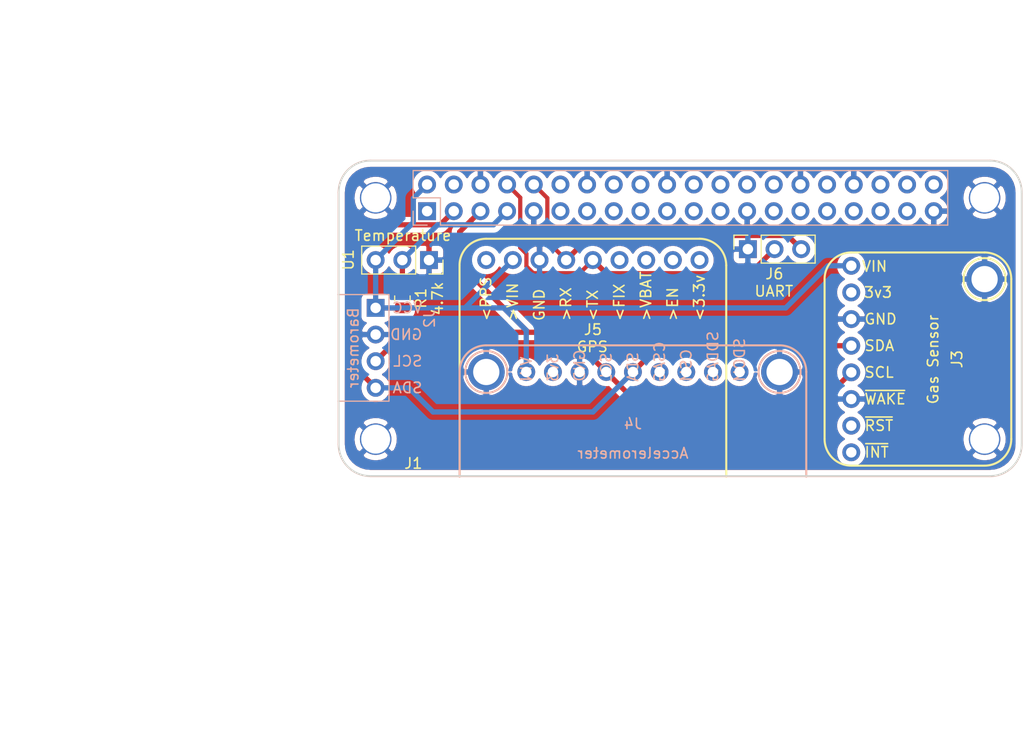
<source format=kicad_pcb>
(kicad_pcb (version 20171130) (host pcbnew 5.1.9+dfsg1-1)

  (general
    (thickness 1.6)
    (drawings 27)
    (tracks 62)
    (zones 0)
    (modules 8)
    (nets 47)
  )

  (page A4)
  (layers
    (0 F.Cu signal)
    (31 B.Cu signal)
    (32 B.Adhes user)
    (33 F.Adhes user)
    (34 B.Paste user)
    (35 F.Paste user)
    (36 B.SilkS user)
    (37 F.SilkS user)
    (38 B.Mask user)
    (39 F.Mask user)
    (40 Dwgs.User user)
    (41 Cmts.User user)
    (42 Eco1.User user)
    (43 Eco2.User user)
    (44 Edge.Cuts user)
    (45 Margin user)
    (46 B.CrtYd user)
    (47 F.CrtYd user)
    (48 B.Fab user)
    (49 F.Fab user)
  )

  (setup
    (last_trace_width 0.25)
    (user_trace_width 0.2)
    (user_trace_width 0.4)
    (user_trace_width 0.5)
    (user_trace_width 1.5)
    (user_trace_width 2)
    (user_trace_width 3)
    (trace_clearance 0.2)
    (zone_clearance 0.5)
    (zone_45_only no)
    (trace_min 0.2)
    (via_size 0.8)
    (via_drill 0.4)
    (via_min_size 0.4)
    (via_min_drill 0.3)
    (uvia_size 0.3)
    (uvia_drill 0.1)
    (uvias_allowed no)
    (uvia_min_size 0.2)
    (uvia_min_drill 0.1)
    (edge_width 0.05)
    (segment_width 0.2)
    (pcb_text_width 0.3)
    (pcb_text_size 1.5 1.5)
    (mod_edge_width 0.12)
    (mod_text_size 1 1)
    (mod_text_width 0.15)
    (pad_size 3 3)
    (pad_drill 2.75)
    (pad_to_mask_clearance 0)
    (aux_axis_origin 0 0)
    (visible_elements FFFFFF7F)
    (pcbplotparams
      (layerselection 0x010f0_ffffffff)
      (usegerberextensions false)
      (usegerberattributes true)
      (usegerberadvancedattributes true)
      (creategerberjobfile true)
      (excludeedgelayer true)
      (linewidth 0.100000)
      (plotframeref false)
      (viasonmask false)
      (mode 1)
      (useauxorigin false)
      (hpglpennumber 1)
      (hpglpenspeed 20)
      (hpglpendiameter 15.000000)
      (psnegative false)
      (psa4output false)
      (plotreference true)
      (plotvalue true)
      (plotinvisibletext false)
      (padsonsilk false)
      (subtractmaskfromsilk false)
      (outputformat 1)
      (mirror false)
      (drillshape 0)
      (scaleselection 1)
      (outputdirectory "../../../../../plots/"))
  )

  (net 0 "")
  (net 1 GND)
  (net 2 +5V)
  (net 3 D2)
  (net 4 SDA_1)
  (net 5 SCL_1)
  (net 6 "Net-(J3-Pad7)")
  (net 7 "Net-(J3-Pad8)")
  (net 8 "Net-(J3-Pad2)")
  (net 9 "Net-(J4-Pad9)")
  (net 10 "Net-(J4-Pad2)")
  (net 11 "Net-(J4-Pad6)")
  (net 12 "Net-(J4-Pad8)")
  (net 13 "Net-(J4-Pad7)")
  (net 14 TX1)
  (net 15 RX1)
  (net 16 "Net-(J5-Pad3)")
  (net 17 "Net-(J5-Pad4)")
  (net 18 "Net-(J5-Pad2)")
  (net 19 "Net-(J5-Pad1)")
  (net 20 "Net-(J5-Pad9)")
  (net 21 "Net-(J1-Pad40)")
  (net 22 "Net-(J1-Pad26)")
  (net 23 "Net-(J1-Pad22)")
  (net 24 "Net-(J1-Pad21)")
  (net 25 "Net-(J1-Pad29)")
  (net 26 "Net-(J1-Pad32)")
  (net 27 "Net-(J1-Pad31)")
  (net 28 "Net-(J1-Pad18)")
  (net 29 "Net-(J1-Pad17)")
  (net 30 "Net-(J1-Pad36)")
  (net 31 "Net-(J1-Pad35)")
  (net 32 "Net-(J1-Pad33)")
  (net 33 "Net-(J1-Pad38)")
  (net 34 "Net-(J1-Pad37)")
  (net 35 "Net-(J1-Pad19)")
  (net 36 "Net-(J1-Pad13)")
  (net 37 "Net-(J1-Pad28)")
  (net 38 "Net-(J1-Pad27)")
  (net 39 "Net-(J1-Pad12)")
  (net 40 "Net-(J1-Pad11)")
  (net 41 "Net-(J1-Pad24)")
  (net 42 "Net-(J1-Pad23)")
  (net 43 "Net-(J1-Pad1)")
  (net 44 "Net-(J1-Pad4)")
  (net 45 "Net-(J1-Pad16)")
  (net 46 "Net-(J1-Pad15)")

  (net_class Default "This is the default net class."
    (clearance 0.2)
    (trace_width 0.25)
    (via_dia 0.8)
    (via_drill 0.4)
    (uvia_dia 0.3)
    (uvia_drill 0.1)
    (add_net +5V)
    (add_net D2)
    (add_net GND)
    (add_net "Net-(J1-Pad1)")
    (add_net "Net-(J1-Pad11)")
    (add_net "Net-(J1-Pad12)")
    (add_net "Net-(J1-Pad13)")
    (add_net "Net-(J1-Pad15)")
    (add_net "Net-(J1-Pad16)")
    (add_net "Net-(J1-Pad17)")
    (add_net "Net-(J1-Pad18)")
    (add_net "Net-(J1-Pad19)")
    (add_net "Net-(J1-Pad21)")
    (add_net "Net-(J1-Pad22)")
    (add_net "Net-(J1-Pad23)")
    (add_net "Net-(J1-Pad24)")
    (add_net "Net-(J1-Pad26)")
    (add_net "Net-(J1-Pad27)")
    (add_net "Net-(J1-Pad28)")
    (add_net "Net-(J1-Pad29)")
    (add_net "Net-(J1-Pad31)")
    (add_net "Net-(J1-Pad32)")
    (add_net "Net-(J1-Pad33)")
    (add_net "Net-(J1-Pad35)")
    (add_net "Net-(J1-Pad36)")
    (add_net "Net-(J1-Pad37)")
    (add_net "Net-(J1-Pad38)")
    (add_net "Net-(J1-Pad4)")
    (add_net "Net-(J1-Pad40)")
    (add_net "Net-(J3-Pad2)")
    (add_net "Net-(J3-Pad7)")
    (add_net "Net-(J3-Pad8)")
    (add_net "Net-(J4-Pad2)")
    (add_net "Net-(J4-Pad6)")
    (add_net "Net-(J4-Pad7)")
    (add_net "Net-(J4-Pad8)")
    (add_net "Net-(J4-Pad9)")
    (add_net "Net-(J5-Pad1)")
    (add_net "Net-(J5-Pad2)")
    (add_net "Net-(J5-Pad3)")
    (add_net "Net-(J5-Pad4)")
    (add_net "Net-(J5-Pad9)")
    (add_net RX1)
    (add_net SCL_1)
    (add_net SDA_1)
    (add_net TX1)
  )

  (module Connector_PinSocket_2.54mm:PinSocket_1x03_P2.54mm_Vertical (layer F.Cu) (tedit 5A19A429) (tstamp 60EEABB1)
    (at 162.6362 93.3069 90)
    (descr "Through hole straight socket strip, 1x03, 2.54mm pitch, single row (from Kicad 4.0.7), script generated")
    (tags "Through hole socket strip THT 1x03 2.54mm single row")
    (path /60FA4149)
    (fp_text reference J6 (at -2.3622 2.5273 180) (layer F.SilkS)
      (effects (font (size 1 1) (thickness 0.15)))
    )
    (fp_text value Conn_01x03_Male (at 0 7.85 90) (layer F.Fab)
      (effects (font (size 1 1) (thickness 0.15)))
    )
    (fp_line (start -1.27 -1.27) (end 0.635 -1.27) (layer F.Fab) (width 0.1))
    (fp_line (start 0.635 -1.27) (end 1.27 -0.635) (layer F.Fab) (width 0.1))
    (fp_line (start 1.27 -0.635) (end 1.27 6.35) (layer F.Fab) (width 0.1))
    (fp_line (start 1.27 6.35) (end -1.27 6.35) (layer F.Fab) (width 0.1))
    (fp_line (start -1.27 6.35) (end -1.27 -1.27) (layer F.Fab) (width 0.1))
    (fp_line (start -1.33 1.27) (end 1.33 1.27) (layer F.SilkS) (width 0.12))
    (fp_line (start -1.33 1.27) (end -1.33 6.41) (layer F.SilkS) (width 0.12))
    (fp_line (start -1.33 6.41) (end 1.33 6.41) (layer F.SilkS) (width 0.12))
    (fp_line (start 1.33 1.27) (end 1.33 6.41) (layer F.SilkS) (width 0.12))
    (fp_line (start 1.33 -1.33) (end 1.33 0) (layer F.SilkS) (width 0.12))
    (fp_line (start 0 -1.33) (end 1.33 -1.33) (layer F.SilkS) (width 0.12))
    (fp_line (start -1.8 -1.8) (end 1.75 -1.8) (layer F.CrtYd) (width 0.05))
    (fp_line (start 1.75 -1.8) (end 1.75 6.85) (layer F.CrtYd) (width 0.05))
    (fp_line (start 1.75 6.85) (end -1.8 6.85) (layer F.CrtYd) (width 0.05))
    (fp_line (start -1.8 6.85) (end -1.8 -1.8) (layer F.CrtYd) (width 0.05))
    (fp_text user %R (at 0 2.54) (layer F.Fab)
      (effects (font (size 1 1) (thickness 0.15)))
    )
    (pad 3 thru_hole oval (at 0 5.08 90) (size 1.7 1.7) (drill 1) (layers *.Cu *.Mask)
      (net 14 TX1))
    (pad 2 thru_hole oval (at 0 2.54 90) (size 1.7 1.7) (drill 1) (layers *.Cu *.Mask)
      (net 15 RX1))
    (pad 1 thru_hole rect (at 0 0 90) (size 1.7 1.7) (drill 1) (layers *.Cu *.Mask)
      (net 1 GND))
    (model ${KISYS3DMOD}/Connector_PinSocket_2.54mm.3dshapes/PinSocket_1x03_P2.54mm_Vertical.wrl
      (at (xyz 0 0 0))
      (scale (xyz 1 1 1))
      (rotate (xyz 0 0 0))
    )
  )

  (module Resistor_SMD:R_0805_2012Metric (layer F.Cu) (tedit 5F68FEEE) (tstamp 609E1537)
    (at 129.7305 97.9913 90)
    (descr "Resistor SMD 0805 (2012 Metric), square (rectangular) end terminal, IPC_7351 nominal, (Body size source: IPC-SM-782 page 72, https://www.pcb-3d.com/wordpress/wp-content/uploads/ipc-sm-782a_amendment_1_and_2.pdf), generated with kicad-footprint-generator")
    (tags resistor)
    (path /60A4B852)
    (attr smd)
    (fp_text reference R1 (at -0.0019 1.7653 90) (layer F.SilkS)
      (effects (font (size 1 1) (thickness 0.15)))
    )
    (fp_text value 4.7k (at -0.0273 3.3528 90) (layer F.SilkS)
      (effects (font (size 1 1) (thickness 0.15)))
    )
    (fp_line (start -1 0.625) (end -1 -0.625) (layer F.Fab) (width 0.1))
    (fp_line (start -1 -0.625) (end 1 -0.625) (layer F.Fab) (width 0.1))
    (fp_line (start 1 -0.625) (end 1 0.625) (layer F.Fab) (width 0.1))
    (fp_line (start 1 0.625) (end -1 0.625) (layer F.Fab) (width 0.1))
    (fp_line (start -0.227064 -0.735) (end 0.227064 -0.735) (layer F.SilkS) (width 0.12))
    (fp_line (start -0.227064 0.735) (end 0.227064 0.735) (layer F.SilkS) (width 0.12))
    (fp_line (start -1.68 0.95) (end -1.68 -0.95) (layer F.CrtYd) (width 0.05))
    (fp_line (start -1.68 -0.95) (end 1.68 -0.95) (layer F.CrtYd) (width 0.05))
    (fp_line (start 1.68 -0.95) (end 1.68 0.95) (layer F.CrtYd) (width 0.05))
    (fp_line (start 1.68 0.95) (end -1.68 0.95) (layer F.CrtYd) (width 0.05))
    (fp_text user %R (at 0 0 90) (layer F.Fab)
      (effects (font (size 0.5 0.5) (thickness 0.08)))
    )
    (pad 2 smd roundrect (at 0.9125 0 90) (size 1.025 1.4) (layers F.Cu F.Paste F.Mask) (roundrect_rratio 0.2439014634146341)
      (net 3 D2))
    (pad 1 smd roundrect (at -0.9125 0 90) (size 1.025 1.4) (layers F.Cu F.Paste F.Mask) (roundrect_rratio 0.2439014634146341)
      (net 2 +5V))
    (model ${KISYS3DMOD}/Resistor_SMD.3dshapes/R_0805_2012Metric.wrl
      (at (xyz 0 0 0))
      (scale (xyz 1 1 1))
      (rotate (xyz 0 0 0))
    )
  )

  (module "Custom:uGPS Bv3" (layer F.Cu) (tedit 60ED68EB) (tstamp 60A22091)
    (at 147.8741 92.2194)
    (path /60BD644E)
    (fp_text reference J5 (at 0.0047 8.7583) (layer F.SilkS)
      (effects (font (size 1 1) (thickness 0.15)))
    )
    (fp_text value GPS (at 0.2413 -2.8321) (layer F.Fab)
      (effects (font (size 1 1) (thickness 0.15)))
    )
    (fp_line (start 10.16 0.0969) (end -10.16 0.0969) (layer F.SilkS) (width 0.2))
    (fp_arc (start 10.16 2.6369) (end 12.7 2.6369) (angle -90) (layer F.SilkS) (width 0.2))
    (fp_arc (start -10.16 2.6369) (end -10.16 0.0969) (angle -90) (layer F.SilkS) (width 0.2))
    (fp_text user <3.3v (at 10.1346 8.017 270) (layer F.SilkS)
      (effects (font (size 1 1) (thickness 0.15)) (justify left))
    )
    (fp_text user >EN (at 7.5946 8.017 270) (layer F.SilkS)
      (effects (font (size 1 1) (thickness 0.15)) (justify left))
    )
    (fp_text user >VBAT (at 5.0546 8.017 270) (layer F.SilkS)
      (effects (font (size 1 1) (thickness 0.15)) (justify left))
    )
    (fp_text user <FIX (at 2.5146 8.017 270) (layer F.SilkS)
      (effects (font (size 1 1) (thickness 0.15)) (justify left))
    )
    (fp_text user <TX (at -0.0254 8.017 270) (layer F.SilkS)
      (effects (font (size 1 1) (thickness 0.15)) (justify left))
    )
    (fp_text user >RX (at -2.5654 8.017 270) (layer F.SilkS)
      (effects (font (size 1 1) (thickness 0.15)) (justify left))
    )
    (fp_text user GND (at -5.1054 8.017 270) (layer F.SilkS)
      (effects (font (size 1 1) (thickness 0.15)) (justify left))
    )
    (fp_text user >VIN (at -7.6454 8.017 270) (layer F.SilkS)
      (effects (font (size 1 1) (thickness 0.15)) (justify left))
    )
    (fp_text user <PPS (at -10.1854 8.017 270) (layer F.SilkS)
      (effects (font (size 1 1) (thickness 0.15)) (justify left))
    )
    (pad 9 thru_hole oval (at -10.160001 2.1289 270) (size 1.7 1.7) (drill 1) (layers *.Cu *.Mask)
      (net 20 "Net-(J5-Pad9)"))
    (pad 5 thru_hole oval (at 0 2.1289 270) (size 1.7 1.7) (drill 1) (layers *.Cu *.Mask)
      (net 15 RX1))
    (pad 6 thru_hole oval (at -2.539999 2.1289 270) (size 1.7 1.7) (drill 1) (layers *.Cu *.Mask)
      (net 14 TX1))
    (pad 1 thru_hole oval (at 10.16 2.128899 270) (size 1.7 1.7) (drill 1) (layers *.Cu *.Mask)
      (net 19 "Net-(J5-Pad1)"))
    (pad 2 thru_hole oval (at 7.62 2.128899 270) (size 1.7 1.7) (drill 1) (layers *.Cu *.Mask)
      (net 18 "Net-(J5-Pad2)"))
    (pad 8 thru_hole oval (at -7.62 2.1289 270) (size 1.7 1.7) (drill 1) (layers *.Cu *.Mask)
      (net 2 +5V))
    (pad 4 thru_hole oval (at 2.540001 2.128899 270) (size 1.7 1.7) (drill 1) (layers *.Cu *.Mask)
      (net 17 "Net-(J5-Pad4)"))
    (pad 3 thru_hole oval (at 5.08 2.128899 270) (size 1.7 1.7) (drill 1) (layers *.Cu *.Mask)
      (net 16 "Net-(J5-Pad3)"))
    (pad 7 thru_hole oval (at -5.079999 2.1289 270) (size 1.7 1.7) (drill 1) (layers *.Cu *.Mask)
      (net 1 GND))
  )

  (module "Custom:JBtec BMP180" (layer B.Cu) (tedit 60ED67FA) (tstamp 60A1D500)
    (at 122.1046 102.718 270)
    (path /60A2879B)
    (fp_text reference J2 (at -2.7563 -10.204 270) (layer B.SilkS)
      (effects (font (size 1 1) (thickness 0.15)) (justify mirror))
    )
    (fp_text value BMP180 (at -0.0004 0.5529 270) (layer B.Fab)
      (effects (font (size 1 1) (thickness 0.15)) (justify mirror))
    )
    (fp_line (start -5.08 -6.35) (end 5.08 -6.35) (layer B.SilkS) (width 0.12))
    (fp_text user SDA (at 3.81 -9.6139) (layer B.SilkS)
      (effects (font (size 1 1) (thickness 0.15)) (justify left mirror))
    )
    (fp_text user SCL (at 1.27 -9.6139) (layer B.SilkS)
      (effects (font (size 1 1) (thickness 0.15)) (justify left mirror))
    )
    (fp_text user GND (at -1.27 -9.6139) (layer B.SilkS)
      (effects (font (size 1 1) (thickness 0.15)) (justify left mirror))
    )
    (fp_text user VCC (at -3.81 -9.6139) (layer B.SilkS)
      (effects (font (size 1 1) (thickness 0.15)) (justify left mirror))
    )
    (pad 1 thru_hole rect (at -3.81 -5.08 180) (size 1.7 1.7) (drill 1) (layers *.Cu *.Mask)
      (net 2 +5V))
    (pad 2 thru_hole oval (at -1.27 -5.08 180) (size 1.7 1.7) (drill 1) (layers *.Cu *.Mask)
      (net 1 GND))
    (pad 4 thru_hole oval (at 3.809999 -5.08 180) (size 1.7 1.7) (drill 1) (layers *.Cu *.Mask)
      (net 4 SDA_1))
    (pad 3 thru_hole oval (at 1.27 -5.08 180) (size 1.7 1.7) (drill 1) (layers *.Cu *.Mask)
      (net 5 SCL_1))
  )

  (module Custom:LSM9DS1 (layer B.Cu) (tedit 60ED6FAC) (tstamp 60A204ED)
    (at 151.6888 112.7633)
    (path /60A8412F)
    (fp_text reference J4 (at 0 -2.8067) (layer B.SilkS)
      (effects (font (size 1 1) (thickness 0.15)) (justify mirror))
    )
    (fp_text value LSM9DS1 (at 5.9817 0.0127) (layer B.Fab)
      (effects (font (size 1 1) (thickness 0.15)) (justify mirror))
    )
    (fp_line (start -13.969999 -10.287) (end 13.970001 -10.287002) (layer B.SilkS) (width 0.2))
    (fp_text user SDOM (at 10.16 -6.731 -90) (layer B.SilkS)
      (effects (font (size 1 1) (thickness 0.15)) (justify right mirror))
    )
    (fp_text user SDDAG (at 7.62 -6.731 -90) (layer B.SilkS)
      (effects (font (size 1 1) (thickness 0.15)) (justify right mirror))
    )
    (fp_text user CSM (at 5.08 -6.731 -90) (layer B.SilkS)
      (effects (font (size 1 1) (thickness 0.15)) (justify right mirror))
    )
    (fp_text user CSAG (at 2.54 -6.731 -90) (layer B.SilkS)
      (effects (font (size 1 1) (thickness 0.15)) (justify right mirror))
    )
    (fp_text user SDA (at 0 -6.731 -90) (layer B.SilkS)
      (effects (font (size 1 1) (thickness 0.15)) (justify right mirror))
    )
    (fp_text user SCL (at -2.54 -6.731 -90) (layer B.SilkS)
      (effects (font (size 1 1) (thickness 0.15)) (justify right mirror))
    )
    (fp_text user GND (at -5.08 -6.731 -90) (layer B.SilkS)
      (effects (font (size 1 1) (thickness 0.15)) (justify right mirror))
    )
    (fp_text user 3v3 (at -7.62 -6.731 -90) (layer B.SilkS)
      (effects (font (size 1 1) (thickness 0.15)) (justify right mirror))
    )
    (fp_text user VIN (at -10.16 -6.731 -90) (layer B.SilkS)
      (effects (font (size 1 1) (thickness 0.15)) (justify right mirror))
    )
    (fp_arc (start -13.969998 -7.749413) (end -11.970004 -7.747) (angle 359.9) (layer B.SilkS) (width 0.2))
    (fp_arc (start 13.970002 -7.749413) (end 15.969997 -7.747) (angle 359.9) (layer B.SilkS) (width 0.2))
    (fp_arc (start 13.970001 -7.747) (end 13.970001 -10.287) (angle 90) (layer B.SilkS) (width 0.2))
    (fp_arc (start -13.969999 -7.747) (end -16.509999 -7.747) (angle 90) (layer B.SilkS) (width 0.2))
    (pad 3 thru_hole oval (at 13.970001 -7.747 270) (size 3.515868 3.515868) (drill 2.499868) (layers *.Cu *.Mask)
      (net 1 GND))
    (pad 3 thru_hole oval (at -13.969999 -7.747 270) (size 3.515868 3.515868) (drill 2.499868) (layers *.Cu *.Mask)
      (net 1 GND))
    (pad 9 thru_hole oval (at 10.160001 -7.747 270) (size 1.7 1.7) (drill 1) (layers *.Cu *.Mask)
      (net 9 "Net-(J4-Pad9)"))
    (pad 4 thru_hole oval (at -2.540001 -7.747001 270) (size 1.7 1.7) (drill 1) (layers *.Cu *.Mask)
      (net 5 SCL_1))
    (pad 1 thru_hole oval (at -10.16 -7.747001 270) (size 1.7 1.7) (drill 1) (layers *.Cu *.Mask)
      (net 2 +5V))
    (pad 3 thru_hole oval (at -5.08 -7.747001 270) (size 1.7 1.7) (drill 1) (layers *.Cu *.Mask)
      (net 1 GND))
    (pad 2 thru_hole oval (at -7.62 -7.747001 270) (size 1.7 1.7) (drill 1) (layers *.Cu *.Mask)
      (net 10 "Net-(J4-Pad2)"))
    (pad 5 thru_hole oval (at 0 -7.747 270) (size 1.7 1.7) (drill 1) (layers *.Cu *.Mask)
      (net 4 SDA_1))
    (pad 6 thru_hole oval (at 2.539999 -7.747 270) (size 1.7 1.7) (drill 1) (layers *.Cu *.Mask)
      (net 11 "Net-(J4-Pad6)"))
    (pad 8 thru_hole oval (at 7.62 -7.747 270) (size 1.7 1.7) (drill 1) (layers *.Cu *.Mask)
      (net 12 "Net-(J4-Pad8)"))
    (pad 7 thru_hole oval (at 5.079999 -7.747 270) (size 1.7 1.7) (drill 1) (layers *.Cu *.Mask)
      (net 13 "Net-(J4-Pad7)"))
  )

  (module "Custom:pi zero w" (layer F.Cu) (tedit 60ED7CA9) (tstamp 60ED3638)
    (at 156.1846 99.9109 270)
    (path /60EF251C)
    (fp_text reference J1 (at 13.8176 25.4127) (layer F.SilkS)
      (effects (font (size 1 1) (thickness 0.15)))
    )
    (fp_text value Raspberry_Pi_2_3 (at 0 0) (layer F.Fab)
      (effects (font (size 1 1) (thickness 0.15)))
    )
    (fp_line (start 15.0665 -29.5) (end 15.0665 29.5) (layer B.SilkS) (width 0.12))
    (fp_line (start -8.4635 25.9) (end -8.4635 -25.9) (layer B.CrtYd) (width 0.05))
    (fp_line (start -14.0335 -25.43) (end -14.0335 25.37) (layer B.Fab) (width 0.1))
    (fp_line (start -12.0062 32.5) (end 11.9938 32.5) (layer B.Fab) (width 0.1))
    (fp_line (start -15.0062 -29.5) (end -15.0062 29.5) (layer B.Fab) (width 0.1))
    (fp_line (start 12.0065 -32.5) (end -11.9935 -32.5) (layer B.Fab) (width 0.1))
    (fp_line (start -11.4935 22.83) (end -8.8935 22.83) (layer B.SilkS) (width 0.12))
    (fp_line (start -11.4935 25.43) (end -11.4935 22.83) (layer B.SilkS) (width 0.12))
    (fp_line (start -8.4635 -25.9) (end -14.5635 -25.9) (layer B.CrtYd) (width 0.05))
    (fp_line (start -8.8935 25.43) (end -8.8935 24.1) (layer B.SilkS) (width 0.12))
    (fp_line (start -14.5635 25.9) (end -8.4635 25.9) (layer B.CrtYd) (width 0.05))
    (fp_line (start -15.0662 -29.5) (end -15.0662 29.5) (layer B.SilkS) (width 0.12))
    (fp_line (start -12.0062 32.56) (end 11.9938 32.56) (layer B.SilkS) (width 0.12))
    (fp_line (start -11.9935 -32.56) (end 12.0065 -32.56) (layer B.SilkS) (width 0.12))
    (fp_line (start -8.9535 24.37) (end -8.9535 -25.43) (layer B.Fab) (width 0.1))
    (fp_line (start -14.0335 25.37) (end -9.9535 25.37) (layer B.Fab) (width 0.1))
    (fp_line (start -9.9535 25.37) (end -8.9535 24.37) (layer B.Fab) (width 0.1))
    (fp_line (start -14.0935 -25.49) (end -8.8935 -25.49) (layer B.SilkS) (width 0.12))
    (fp_line (start 15.2565 -32.75) (end 15.2565 32.75) (layer B.CrtYd) (width 0.05))
    (fp_line (start -15.2562 32.75) (end 15.2438 32.75) (layer B.CrtYd) (width 0.05))
    (fp_line (start -15.2562 -32.75) (end -15.2562 32.75) (layer B.CrtYd) (width 0.05))
    (fp_line (start 15.0065 -29.5) (end 15.0065 29.5) (layer B.Fab) (width 0.1))
    (fp_line (start -15.2435 -32.75) (end 15.2565 -32.75) (layer B.CrtYd) (width 0.05))
    (fp_line (start -8.9535 -25.43) (end -14.0335 -25.43) (layer B.Fab) (width 0.1))
    (fp_line (start -14.0935 25.43) (end -14.0935 -25.49) (layer B.SilkS) (width 0.12))
    (fp_line (start -8.8935 22.83) (end -8.8935 -25.49) (layer B.SilkS) (width 0.12))
    (fp_line (start -14.0935 25.43) (end -11.4935 25.43) (layer B.SilkS) (width 0.12))
    (fp_line (start -14.5635 -25.9) (end -14.5635 25.9) (layer B.CrtYd) (width 0.05))
    (fp_line (start -10.2235 25.43) (end -8.8935 25.43) (layer B.SilkS) (width 0.12))
    (fp_arc (start 11.9938 29.5) (end 11.9938 32.56) (angle -90) (layer B.SilkS) (width 0.12))
    (fp_arc (start 12.0065 -29.5) (end 15.0065 -29.5) (angle -90) (layer B.Fab) (width 0.1))
    (fp_arc (start -12.0062 29.5) (end -15.0662 29.5) (angle -90) (layer B.SilkS) (width 0.12))
    (fp_arc (start -12.0062 -29.5) (end -12.0062 -32.56) (angle -90) (layer B.SilkS) (width 0.12))
    (fp_arc (start 12.0065 -29.5) (end 15.0665 -29.5) (angle -90) (layer B.SilkS) (width 0.12))
    (fp_arc (start 11.9938 29.5) (end 11.9938 32.5) (angle -90) (layer B.Fab) (width 0.1))
    (fp_arc (start -12.0062 29.5) (end -15.0062 29.5) (angle -90) (layer B.Fab) (width 0.1))
    (fp_arc (start -12.0062 -29.5) (end -12.0062 -32.5) (angle -90) (layer B.Fab) (width 0.1))
    (pad "" thru_hole circle (at -11.4935 -29) (size 3 3) (drill 2.75) (layers *.Cu *.Mask)
      (net 1 GND) (solder_mask_margin 1.625))
    (pad "" thru_hole circle (at 11.5065 -29) (size 3 3) (drill 2.75) (layers *.Cu *.Mask)
      (net 1 GND) (solder_mask_margin 1.625))
    (pad "" thru_hole circle (at -11.4935 29) (size 3 3) (drill 2.75) (layers *.Cu *.Mask)
      (net 1 GND) (solder_mask_margin 1.625))
    (pad 9 thru_hole oval (at -10.2235 13.94 270) (size 1.7 1.7) (drill 1) (layers *.Cu *.Mask)
      (net 1 GND))
    (pad 12 thru_hole oval (at -12.7635 11.4 270) (size 1.7 1.7) (drill 1) (layers *.Cu *.Mask)
      (net 39 "Net-(J1-Pad12)"))
    (pad 5 thru_hole oval (at -10.2235 19.02 270) (size 1.7 1.7) (drill 1) (layers *.Cu *.Mask)
      (net 5 SCL_1))
    (pad 2 thru_hole oval (at -12.7635 24.1 270) (size 1.7 1.7) (drill 1) (layers *.Cu *.Mask)
      (net 2 +5V))
    (pad 24 thru_hole oval (at -12.7635 -3.84 270) (size 1.7 1.7) (drill 1) (layers *.Cu *.Mask)
      (net 41 "Net-(J1-Pad24)"))
    (pad 19 thru_hole oval (at -10.2235 1.24 270) (size 1.7 1.7) (drill 1) (layers *.Cu *.Mask)
      (net 35 "Net-(J1-Pad19)"))
    (pad 11 thru_hole oval (at -10.2235 11.4 270) (size 1.7 1.7) (drill 1) (layers *.Cu *.Mask)
      (net 40 "Net-(J1-Pad11)"))
    (pad 30 thru_hole oval (at -12.7635 -11.46 270) (size 1.7 1.7) (drill 1) (layers *.Cu *.Mask)
      (net 1 GND))
    (pad 21 thru_hole oval (at -10.2235 -1.3 270) (size 1.7 1.7) (drill 1) (layers *.Cu *.Mask)
      (net 24 "Net-(J1-Pad21)"))
    (pad 22 thru_hole oval (at -12.7635 -1.3 270) (size 1.7 1.7) (drill 1) (layers *.Cu *.Mask)
      (net 23 "Net-(J1-Pad22)"))
    (pad 25 thru_hole oval (at -10.2235 -6.38 270) (size 1.7 1.7) (drill 1) (layers *.Cu *.Mask)
      (net 1 GND))
    (pad 23 thru_hole oval (at -10.2235 -3.84 270) (size 1.7 1.7) (drill 1) (layers *.Cu *.Mask)
      (net 42 "Net-(J1-Pad23)"))
    (pad 38 thru_hole oval (at -12.7635 -21.62 270) (size 1.7 1.7) (drill 1) (layers *.Cu *.Mask)
      (net 33 "Net-(J1-Pad38)"))
    (pad 33 thru_hole oval (at -10.2235 -16.54 270) (size 1.7 1.7) (drill 1) (layers *.Cu *.Mask)
      (net 32 "Net-(J1-Pad33)"))
    (pad 17 thru_hole oval (at -10.2235 3.78 270) (size 1.7 1.7) (drill 1) (layers *.Cu *.Mask)
      (net 29 "Net-(J1-Pad17)"))
    (pad 18 thru_hole oval (at -12.7635 3.78 270) (size 1.7 1.7) (drill 1) (layers *.Cu *.Mask)
      (net 28 "Net-(J1-Pad18)"))
    (pad 31 thru_hole oval (at -10.2235 -14 270) (size 1.7 1.7) (drill 1) (layers *.Cu *.Mask)
      (net 27 "Net-(J1-Pad31)"))
    (pad 14 thru_hole oval (at -12.7635 8.86 270) (size 1.7 1.7) (drill 1) (layers *.Cu *.Mask)
      (net 1 GND))
    (pad 13 thru_hole oval (at -10.2235 8.86 270) (size 1.7 1.7) (drill 1) (layers *.Cu *.Mask)
      (net 36 "Net-(J1-Pad13)"))
    (pad 28 thru_hole oval (at -12.7635 -8.92 270) (size 1.7 1.7) (drill 1) (layers *.Cu *.Mask)
      (net 37 "Net-(J1-Pad28)"))
    (pad 32 thru_hole oval (at -12.7635 -14 270) (size 1.7 1.7) (drill 1) (layers *.Cu *.Mask)
      (net 26 "Net-(J1-Pad32)"))
    (pad 7 thru_hole oval (at -10.2235 16.48 270) (size 1.7 1.7) (drill 1) (layers *.Cu *.Mask)
      (net 3 D2))
    (pad 8 thru_hole oval (at -12.7635 16.48 270) (size 1.7 1.7) (drill 1) (layers *.Cu *.Mask)
      (net 15 RX1))
    (pad 29 thru_hole oval (at -10.2235 -11.46 270) (size 1.7 1.7) (drill 1) (layers *.Cu *.Mask)
      (net 25 "Net-(J1-Pad29)"))
    (pad 27 thru_hole oval (at -10.2235 -8.92 270) (size 1.7 1.7) (drill 1) (layers *.Cu *.Mask)
      (net 38 "Net-(J1-Pad27)"))
    (pad 20 thru_hole oval (at -12.7635 1.24 270) (size 1.7 1.7) (drill 1) (layers *.Cu *.Mask)
      (net 1 GND))
    (pad 37 thru_hole oval (at -10.2235 -21.62 270) (size 1.7 1.7) (drill 1) (layers *.Cu *.Mask)
      (net 34 "Net-(J1-Pad37)"))
    (pad 4 thru_hole oval (at -12.7635 21.56 270) (size 1.7 1.7) (drill 1) (layers *.Cu *.Mask)
      (net 44 "Net-(J1-Pad4)"))
    (pad 34 thru_hole oval (at -12.7635 -16.54 270) (size 1.7 1.7) (drill 1) (layers *.Cu *.Mask)
      (net 1 GND))
    (pad 35 thru_hole oval (at -10.2235 -19.08 270) (size 1.7 1.7) (drill 1) (layers *.Cu *.Mask)
      (net 31 "Net-(J1-Pad35)"))
    (pad 36 thru_hole oval (at -12.7635 -19.08 270) (size 1.7 1.7) (drill 1) (layers *.Cu *.Mask)
      (net 30 "Net-(J1-Pad36)"))
    (pad 10 thru_hole oval (at -12.7635 13.94 270) (size 1.7 1.7) (drill 1) (layers *.Cu *.Mask)
      (net 14 TX1))
    (pad 26 thru_hole oval (at -12.7635 -6.38 270) (size 1.7 1.7) (drill 1) (layers *.Cu *.Mask)
      (net 22 "Net-(J1-Pad26)"))
    (pad 39 thru_hole oval (at -10.2235 -24.16 270) (size 1.7 1.7) (drill 1) (layers *.Cu *.Mask)
      (net 1 GND))
    (pad 40 thru_hole oval (at -12.7635 -24.16 270) (size 1.7 1.7) (drill 1) (layers *.Cu *.Mask)
      (net 21 "Net-(J1-Pad40)"))
    (pad "" thru_hole circle (at 11.5065 29) (size 3 3) (drill 2.75) (layers *.Cu *.Mask)
      (net 1 GND) (solder_mask_margin 1.625))
    (pad 1 thru_hole rect (at -10.2235 24.1 270) (size 1.7 1.7) (drill 1) (layers *.Cu *.Mask)
      (net 43 "Net-(J1-Pad1)"))
    (pad 6 thru_hole oval (at -12.7635 19.02 270) (size 1.7 1.7) (drill 1) (layers *.Cu *.Mask)
      (net 1 GND))
    (pad 15 thru_hole oval (at -10.2235 6.32 270) (size 1.7 1.7) (drill 1) (layers *.Cu *.Mask)
      (net 46 "Net-(J1-Pad15)"))
    (pad 16 thru_hole oval (at -12.7635 6.32 270) (size 1.7 1.7) (drill 1) (layers *.Cu *.Mask)
      (net 45 "Net-(J1-Pad16)"))
    (pad 3 thru_hole oval (at -10.2235 21.56 270) (size 1.7 1.7) (drill 1) (layers *.Cu *.Mask)
      (net 4 SDA_1))
  )

  (module Connector_PinSocket_2.54mm:PinSocket_1x03_P2.54mm_Vertical (layer F.Cu) (tedit 5A19A429) (tstamp 609E0840)
    (at 132.2646 94.3483 270)
    (descr "Through hole straight socket strip, 1x03, 2.54mm pitch, single row (from Kicad 4.0.7), script generated")
    (tags "Through hole socket strip THT 1x03 2.54mm single row")
    (path /60A34C46)
    (fp_text reference U1 (at -0.0254 7.6835 90) (layer F.SilkS)
      (effects (font (size 1 1) (thickness 0.15)))
    )
    (fp_text value DS18B20 (at 0 7.85 90) (layer F.Fab)
      (effects (font (size 1 1) (thickness 0.15)))
    )
    (fp_line (start -1.27 -1.27) (end 0.635 -1.27) (layer F.Fab) (width 0.1))
    (fp_line (start 0.635 -1.27) (end 1.27 -0.635) (layer F.Fab) (width 0.1))
    (fp_line (start 1.27 -0.635) (end 1.27 6.35) (layer F.Fab) (width 0.1))
    (fp_line (start 1.27 6.35) (end -1.27 6.35) (layer F.Fab) (width 0.1))
    (fp_line (start -1.27 6.35) (end -1.27 -1.27) (layer F.Fab) (width 0.1))
    (fp_line (start -1.33 1.27) (end 1.33 1.27) (layer F.SilkS) (width 0.12))
    (fp_line (start -1.33 1.27) (end -1.33 6.41) (layer F.SilkS) (width 0.12))
    (fp_line (start -1.33 6.41) (end 1.33 6.41) (layer F.SilkS) (width 0.12))
    (fp_line (start 1.33 1.27) (end 1.33 6.41) (layer F.SilkS) (width 0.12))
    (fp_line (start 1.33 -1.33) (end 1.33 0) (layer F.SilkS) (width 0.12))
    (fp_line (start 0 -1.33) (end 1.33 -1.33) (layer F.SilkS) (width 0.12))
    (fp_line (start -1.8 -1.8) (end 1.75 -1.8) (layer F.CrtYd) (width 0.05))
    (fp_line (start 1.75 -1.8) (end 1.75 6.85) (layer F.CrtYd) (width 0.05))
    (fp_line (start 1.75 6.85) (end -1.8 6.85) (layer F.CrtYd) (width 0.05))
    (fp_line (start -1.8 6.85) (end -1.8 -1.8) (layer F.CrtYd) (width 0.05))
    (fp_text user %R (at 0 2.54) (layer F.Fab)
      (effects (font (size 1 1) (thickness 0.15)))
    )
    (pad 3 thru_hole oval (at 0 5.08 270) (size 1.7 1.7) (drill 1) (layers *.Cu *.Mask)
      (net 2 +5V))
    (pad 2 thru_hole oval (at 0 2.54 270) (size 1.7 1.7) (drill 1) (layers *.Cu *.Mask)
      (net 3 D2))
    (pad 1 thru_hole rect (at 0 0 270) (size 1.7 1.7) (drill 1) (layers *.Cu *.Mask)
      (net 1 GND))
    (model ${KISYS3DMOD}/Connector_PinSocket_2.54mm.3dshapes/PinSocket_1x03_P2.54mm_Vertical.wrl
      (at (xyz 0 0 0))
      (scale (xyz 1 1 1))
      (rotate (xyz 0 0 0))
    )
  )

  (module Custom:CCS811 (layer F.Cu) (tedit 60ED6F42) (tstamp 60A1EE54)
    (at 178.436073 103.7844 270)
    (path /60A56257)
    (fp_text reference J3 (at 0.012701 -4.119754 90) (layer F.SilkS)
      (effects (font (size 1 1) (thickness 0.15)))
    )
    (fp_text value CCS811 (at 0 0 90) (layer F.Fab)
      (effects (font (size 1.5 1.5) (thickness 0.15)))
    )
    (fp_line (start -7.622539 -7.998461) (end -7.622539 -7.998461) (layer Dwgs.User) (width 0.2))
    (fp_line (start -7.622539 -5.498592) (end -7.622539 -5.498592) (layer Dwgs.User) (width 0.2))
    (fp_line (start -10.159998 -6.748527) (end -10.159999 5.951473) (layer F.SilkS) (width 0.2))
    (fp_line (start -7.619999 8.491473) (end 7.62 8.491473) (layer F.SilkS) (width 0.2))
    (fp_line (start 10.16 5.951473) (end 10.160001 -6.748527) (layer F.SilkS) (width 0.2))
    (fp_line (start -7.619999 -9.288526) (end 7.62 -9.288528) (layer F.SilkS) (width 0.2))
    (fp_text user ~INT (at 8.885428 4.7705) (layer F.SilkS)
      (effects (font (size 1 1) (thickness 0.15)) (justify left))
    )
    (fp_text user ~RST (at 6.345428 4.7705) (layer F.SilkS)
      (effects (font (size 1 1) (thickness 0.15)) (justify left))
    )
    (fp_text user ~WAKE (at 3.81 4.774) (layer F.SilkS)
      (effects (font (size 1 1) (thickness 0.15)) (justify left))
    )
    (fp_text user SCL (at 1.270001 4.774) (layer F.SilkS)
      (effects (font (size 1 1) (thickness 0.15)) (justify left))
    )
    (fp_text user SDA (at -1.27 4.774) (layer F.SilkS)
      (effects (font (size 1 1) (thickness 0.15)) (justify left))
    )
    (fp_text user GND (at -3.809999 4.774) (layer F.SilkS)
      (effects (font (size 1 1) (thickness 0.15)) (justify left))
    )
    (fp_text user 3v3 (at -6.349999 4.834) (layer F.SilkS)
      (effects (font (size 1 1) (thickness 0.15)) (justify left))
    )
    (fp_text user VIN (at -8.831072 5.024) (layer F.SilkS)
      (effects (font (size 1 1) (thickness 0.15)) (justify left))
    )
    (fp_arc (start -7.619998 -6.746114) (end -5.620004 -6.748527) (angle -359.9) (layer F.SilkS) (width 0.2))
    (fp_arc (start -7.619999 -6.748527) (end -7.619999 -9.288526) (angle -90) (layer F.SilkS) (width 0.2))
    (fp_arc (start -7.619999 5.951473) (end -10.159999 5.951473) (angle -90) (layer F.SilkS) (width 0.2))
    (fp_arc (start 7.62 5.951473) (end 7.62 8.491473) (angle -90) (layer F.SilkS) (width 0.2))
    (fp_arc (start 7.62 -6.748527) (end 10.160001 -6.748527) (angle -90) (layer F.SilkS) (width 0.2))
    (pad 3 thru_hole oval (at -7.619999 -6.748527) (size 3.515868 3.515868) (drill 2.499868) (layers *.Cu *.Mask)
      (net 1 GND))
    (pad 7 thru_hole oval (at 6.35 5.951346) (size 1.7 1.7) (drill 1) (layers *.Cu *.Mask)
      (net 6 "Net-(J3-Pad7)"))
    (pad 6 thru_hole oval (at 3.81 5.951346) (size 1.7 1.7) (drill 1) (layers *.Cu *.Mask)
      (net 1 GND))
    (pad 5 thru_hole oval (at 1.270001 5.951346) (size 1.7 1.7) (drill 1) (layers *.Cu *.Mask)
      (net 5 SCL_1))
    (pad 8 thru_hole oval (at 8.890001 5.951346) (size 1.7 1.7) (drill 1) (layers *.Cu *.Mask)
      (net 7 "Net-(J3-Pad8)"))
    (pad 2 thru_hole oval (at -6.349999 5.951347) (size 1.7 1.7) (drill 1) (layers *.Cu *.Mask)
      (net 8 "Net-(J3-Pad2)"))
    (pad 3 thru_hole oval (at -3.809999 5.951347) (size 1.7 1.7) (drill 1) (layers *.Cu *.Mask)
      (net 1 GND))
    (pad 1 thru_hole oval (at -8.889999 5.951347) (size 1.7 1.7) (drill 1) (layers *.Cu *.Mask)
      (net 2 +5V))
    (pad 4 thru_hole oval (at -1.27 5.951347) (size 1.7 1.7) (drill 1) (layers *.Cu *.Mask)
      (net 4 SDA_1))
  )

  (gr_text "Pi Minimum Length" (at 135.4582 70.4088) (layer Dwgs.User)
    (effects (font (size 1 1) (thickness 0.15)))
  )
  (dimension 75.2729 (width 0.15) (layer Dwgs.User)
    (gr_text "75.273 mm" (at 151.07285 70.4423) (layer Dwgs.User)
      (effects (font (size 1 1) (thickness 0.15)))
    )
    (feature1 (pts (xy 113.4364 106.8324) (xy 113.4364 71.155879)))
    (feature2 (pts (xy 188.7093 106.8324) (xy 188.7093 71.155879)))
    (crossbar (pts (xy 188.7093 71.7423) (xy 113.4364 71.7423)))
    (arrow1a (pts (xy 113.4364 71.7423) (xy 114.562904 71.155879)))
    (arrow1b (pts (xy 113.4364 71.7423) (xy 114.562904 72.328721)))
    (arrow2a (pts (xy 188.7093 71.7423) (xy 187.582796 71.155879)))
    (arrow2b (pts (xy 188.7093 71.7423) (xy 187.582796 72.328721)))
  )
  (dimension 15.0182 (width 0.15) (layer Dwgs.User)
    (gr_text "15.018 mm" (at 120.9455 80.6531) (layer Dwgs.User)
      (effects (font (size 1 1) (thickness 0.15)))
    )
    (feature1 (pts (xy 113.4364 107.798) (xy 113.4364 81.366679)))
    (feature2 (pts (xy 128.4546 107.798) (xy 128.4546 81.366679)))
    (crossbar (pts (xy 128.4546 81.9531) (xy 113.4364 81.9531)))
    (arrow1a (pts (xy 113.4364 81.9531) (xy 114.562904 81.366679)))
    (arrow1b (pts (xy 113.4364 81.9531) (xy 114.562904 82.539521)))
    (arrow2a (pts (xy 128.4546 81.9531) (xy 127.328096 81.366679)))
    (arrow2b (pts (xy 128.4546 81.9531) (xy 127.328096 82.539521)))
  )
  (gr_text "Pi Minimum width" (at 107.4801 126.0856) (layer Dwgs.User)
    (effects (font (size 1 1) (thickness 0.15)))
  )
  (gr_text "Tube Diameter" (at 128.9177 138.9253) (layer Dwgs.User)
    (effects (font (size 1 1) (thickness 0.15)))
  )
  (dimension 42.5323 (width 0.15) (layer Dwgs.User)
    (gr_text "42.532 mm" (at 95.0676 106.14025 270) (layer Dwgs.User)
      (effects (font (size 1 1) (thickness 0.15)))
    )
    (feature1 (pts (xy 119.2784 127.4064) (xy 95.781179 127.4064)))
    (feature2 (pts (xy 119.2784 84.8741) (xy 95.781179 84.8741)))
    (crossbar (pts (xy 96.3676 84.8741) (xy 96.3676 127.4064)))
    (arrow1a (pts (xy 96.3676 127.4064) (xy 95.781179 126.279896)))
    (arrow1b (pts (xy 96.3676 127.4064) (xy 96.954021 126.279896)))
    (arrow2a (pts (xy 96.3676 84.8741) (xy 95.781179 86.000604)))
    (arrow2b (pts (xy 96.3676 84.8741) (xy 96.954021 86.000604)))
  )
  (dimension 55.3339 (width 0.15) (layer Dwgs.User)
    (gr_text "55.334 mm" (at 117.9784 112.54105 270) (layer Dwgs.User)
      (effects (font (size 1 1) (thickness 0.15)))
    )
    (feature1 (pts (xy 138.8364 140.208) (xy 118.691979 140.208)))
    (feature2 (pts (xy 138.8364 84.8741) (xy 118.691979 84.8741)))
    (crossbar (pts (xy 119.2784 84.8741) (xy 119.2784 140.208)))
    (arrow1a (pts (xy 119.2784 140.208) (xy 118.691979 139.081496)))
    (arrow1b (pts (xy 119.2784 140.208) (xy 119.864821 139.081496)))
    (arrow2a (pts (xy 119.2784 84.8741) (xy 118.691979 86.000604)))
    (arrow2b (pts (xy 119.2784 84.8741) (xy 119.864821 86.000604)))
  )
  (gr_text GPS (at 147.8153 102.616) (layer F.SilkS) (tstamp 60EEC7BA)
    (effects (font (size 1 1) (thickness 0.15)))
  )
  (gr_text Temperature (at 129.7813 92.0115) (layer F.SilkS) (tstamp 60EEC0C0)
    (effects (font (size 1 1) (thickness 0.15)))
  )
  (gr_text "UART\n" (at 165.1127 97.3201) (layer F.SilkS) (tstamp 60EEBF23)
    (effects (font (size 1 1) (thickness 0.15)))
  )
  (gr_line (start 135.1788 104.9909) (end 135.1788 114.9858) (layer B.SilkS) (width 0.2) (tstamp 60EE7669))
  (gr_line (start 168.1988 104.9909) (end 168.1988 114.9858) (layer B.SilkS) (width 0.2) (tstamp 60EE75B2))
  (gr_line (start 160.5741 94.8563) (end 160.5788 114.9858) (layer F.SilkS) (width 0.2) (tstamp 60EE5307))
  (gr_line (start 135.1741 94.8563) (end 135.1788 114.9858) (layer F.SilkS) (width 0.2))
  (gr_line (start 128.4546 107.798) (end 123.6091 107.7976) (layer B.SilkS) (width 0.12))
  (gr_line (start 128.4546 97.638) (end 123.5964 97.6376) (layer B.SilkS) (width 0.12))
  (gr_line (start 188.709326 87.884) (end 188.709326 111.9251) (layer Edge.Cuts) (width 0.15) (tstamp 60EDF304))
  (gr_line (start 123.672574 111.9251) (end 123.672574 87.884) (layer Edge.Cuts) (width 0.15) (tstamp 60EDF2FD))
  (gr_arc (start 185.7121 111.9251) (end 185.7121 114.922326) (angle -90) (layer Edge.Cuts) (width 0.15) (tstamp 60EDF2E8))
  (gr_line (start 185.7121 114.922326) (end 126.6698 114.922326) (layer Edge.Cuts) (width 0.15) (tstamp 60EDF2E7))
  (gr_arc (start 126.6698 111.9251) (end 123.672574 111.9251) (angle -90) (layer Edge.Cuts) (width 0.15) (tstamp 60EDF2E6))
  (gr_arc (start 126.6698 87.884) (end 126.6698 84.886774) (angle -90) (layer Edge.Cuts) (width 0.15) (tstamp 60EDF2DC))
  (gr_arc (start 185.7121 87.884) (end 188.709326 87.884) (angle -90) (layer Edge.Cuts) (width 0.15))
  (gr_line (start 126.6698 84.886774) (end 185.7121 84.886774) (layer Edge.Cuts) (width 0.15))
  (gr_text Barometer (at 125.0442 102.718 90) (layer B.SilkS)
    (effects (font (size 1 1) (thickness 0.15)) (justify mirror))
  )
  (gr_text "Gas Sensor" (at 180.2765 103.8225 90) (layer F.SilkS)
    (effects (font (size 1 1) (thickness 0.15)))
  )
  (gr_text Accelerometer (at 151.6888 112.7633) (layer B.SilkS)
    (effects (font (size 1 1) (thickness 0.15)) (justify mirror))
  )

  (segment (start 142.2446 89.6874) (end 142.2446 92.4225) (width 0.5) (layer F.Cu) (net 1))
  (segment (start 142.794101 92.972001) (end 142.794101 94.3483) (width 0.5) (layer F.Cu) (net 1))
  (segment (start 142.2446 92.4225) (end 142.794101 92.972001) (width 0.5) (layer F.Cu) (net 1))
  (segment (start 135.6944 98.908) (end 127.1846 98.908) (width 0.5) (layer B.Cu) (net 2))
  (segment (start 140.2541 94.3483) (end 135.6944 98.908) (width 0.5) (layer B.Cu) (net 2))
  (segment (start 127.1846 94.3483) (end 127.1846 98.908) (width 0.5) (layer B.Cu) (net 2))
  (segment (start 141.5288 101.0539) (end 139.3829 98.908) (width 0.5) (layer B.Cu) (net 2))
  (segment (start 141.5288 105.016299) (end 141.5288 101.0539) (width 0.5) (layer B.Cu) (net 2))
  (segment (start 135.6944 98.908) (end 139.3829 98.908) (width 0.5) (layer B.Cu) (net 2))
  (segment (start 129.7263 98.908) (end 129.7305 98.9038) (width 0.5) (layer F.Cu) (net 2))
  (segment (start 127.1846 98.908) (end 129.7263 98.908) (width 0.5) (layer F.Cu) (net 2))
  (segment (start 132.0846 87.1474) (end 130.7719 88.4601) (width 0.5) (layer B.Cu) (net 2))
  (segment (start 130.7719 90.761) (end 127.1846 94.3483) (width 0.5) (layer B.Cu) (net 2))
  (segment (start 130.7719 88.4601) (end 130.7719 90.761) (width 0.5) (layer B.Cu) (net 2))
  (segment (start 170.2562 94.8944) (end 171.282645 94.894401) (width 0.5) (layer B.Cu) (net 2))
  (segment (start 171.282645 94.894401) (end 172.484726 94.894401) (width 0.5) (layer B.Cu) (net 2))
  (segment (start 166.242601 98.907999) (end 170.2562 94.8944) (width 0.5) (layer B.Cu) (net 2))
  (segment (start 139.3829 98.908) (end 166.242601 98.907999) (width 0.5) (layer B.Cu) (net 2))
  (segment (start 133.085499 90.987401) (end 129.7246 94.3483) (width 0.5) (layer B.Cu) (net 3))
  (segment (start 138.404599 90.987401) (end 133.085499 90.987401) (width 0.5) (layer B.Cu) (net 3))
  (segment (start 139.7046 89.6874) (end 138.404599 90.987401) (width 0.5) (layer B.Cu) (net 3))
  (segment (start 129.7305 94.3542) (end 129.7246 94.3483) (width 0.5) (layer F.Cu) (net 3))
  (segment (start 129.7305 97.0788) (end 129.7305 94.3542) (width 0.5) (layer F.Cu) (net 3))
  (segment (start 124.7775 104.120899) (end 127.1846 106.527999) (width 0.5) (layer F.Cu) (net 4))
  (segment (start 124.7775 94.4626) (end 124.7775 104.120899) (width 0.5) (layer F.Cu) (net 4))
  (segment (start 128.252699 90.987401) (end 124.7775 94.4626) (width 0.5) (layer F.Cu) (net 4))
  (segment (start 133.324599 90.987401) (end 128.252699 90.987401) (width 0.5) (layer F.Cu) (net 4))
  (segment (start 134.6246 89.6874) (end 133.324599 90.987401) (width 0.5) (layer F.Cu) (net 4))
  (segment (start 132.6515 108.8263) (end 147.8788 108.8263) (width 0.5) (layer B.Cu) (net 4))
  (segment (start 130.353199 106.527999) (end 132.6515 108.8263) (width 0.5) (layer B.Cu) (net 4))
  (segment (start 147.8788 108.8263) (end 151.6888 105.0163) (width 0.5) (layer B.Cu) (net 4))
  (segment (start 127.1846 106.527999) (end 130.353199 106.527999) (width 0.5) (layer B.Cu) (net 4))
  (segment (start 154.1907 102.5144) (end 151.6888 105.0163) (width 0.5) (layer F.Cu) (net 4))
  (segment (start 172.484726 102.5144) (end 154.1907 102.5144) (width 0.5) (layer F.Cu) (net 4))
  (segment (start 135.1788 94.7039) (end 141.7066 101.2317) (width 0.5) (layer F.Cu) (net 5))
  (segment (start 135.1788 91.6686) (end 135.1788 94.7039) (width 0.5) (layer F.Cu) (net 5))
  (segment (start 136.310001 90.537399) (end 135.1788 91.6686) (width 0.5) (layer F.Cu) (net 5))
  (segment (start 136.314601 90.537399) (end 136.310001 90.537399) (width 0.5) (layer F.Cu) (net 5))
  (segment (start 137.1646 89.6874) (end 136.314601 90.537399) (width 0.5) (layer F.Cu) (net 5))
  (segment (start 129.9409 101.2317) (end 141.7066 101.2317) (width 0.5) (layer F.Cu) (net 5))
  (segment (start 127.1846 103.988) (end 129.9409 101.2317) (width 0.5) (layer F.Cu) (net 5))
  (segment (start 172.484727 105.054401) (end 169.182728 108.3564) (width 0.5) (layer F.Cu) (net 5))
  (segment (start 152.4889 108.3564) (end 149.148799 105.016299) (width 0.5) (layer F.Cu) (net 5))
  (segment (start 169.182728 108.3564) (end 152.4889 108.3564) (width 0.5) (layer F.Cu) (net 5))
  (segment (start 145.3642 101.2317) (end 141.7066 101.2317) (width 0.5) (layer F.Cu) (net 5))
  (segment (start 149.148799 105.016299) (end 145.3642 101.2317) (width 0.5) (layer F.Cu) (net 5))
  (segment (start 143.534599 92.548798) (end 145.334101 94.3483) (width 0.4) (layer F.Cu) (net 14))
  (segment (start 143.534599 88.437399) (end 143.534599 92.548798) (width 0.4) (layer F.Cu) (net 14))
  (segment (start 142.2446 87.1474) (end 143.534599 88.437399) (width 0.4) (layer F.Cu) (net 14))
  (segment (start 166.416199 92.006899) (end 167.7162 93.3069) (width 0.5) (layer F.Cu) (net 14))
  (segment (start 147.675502 92.006899) (end 166.416199 92.006899) (width 0.5) (layer F.Cu) (net 14))
  (segment (start 145.334101 94.3483) (end 147.675502 92.006899) (width 0.5) (layer F.Cu) (net 14))
  (segment (start 146.624099 95.598301) (end 147.8741 94.3483) (width 0.4) (layer F.Cu) (net 15))
  (segment (start 142.1941 95.598301) (end 146.624099 95.598301) (width 0.4) (layer F.Cu) (net 15))
  (segment (start 141.5441 94.948301) (end 142.1941 95.598301) (width 0.4) (layer F.Cu) (net 15))
  (segment (start 141.5441 93.748299) (end 141.5441 94.948301) (width 0.4) (layer F.Cu) (net 15))
  (segment (start 140.954601 93.1588) (end 141.5441 93.748299) (width 0.4) (layer F.Cu) (net 15))
  (segment (start 140.954601 88.397401) (end 140.954601 93.1588) (width 0.4) (layer F.Cu) (net 15))
  (segment (start 139.7046 87.1474) (end 140.954601 88.397401) (width 0.4) (layer F.Cu) (net 15))
  (segment (start 162.8348 95.6483) (end 165.1762 93.3069) (width 0.5) (layer F.Cu) (net 15))
  (segment (start 149.1741 95.6483) (end 162.8348 95.6483) (width 0.5) (layer F.Cu) (net 15))
  (segment (start 147.8741 94.3483) (end 149.1741 95.6483) (width 0.5) (layer F.Cu) (net 15))

  (zone (net 1) (net_name GND) (layer F.Cu) (tstamp 61021507) (hatch edge 0.508)
    (connect_pads (clearance 0.5))
    (min_thickness 0.2)
    (fill yes (arc_segments 32) (thermal_gap 0.508) (thermal_bridge_width 0.508))
    (polygon
      (pts
        (xy 188.9379 115.1636) (xy 123.4313 115.1636) (xy 123.4313 84.6582) (xy 188.9379 84.6582)
      )
    )
    (filled_polygon
      (pts
        (xy 186.162522 85.609175) (xy 186.595799 85.739989) (xy 186.995408 85.952465) (xy 187.34614 86.238514) (xy 187.634629 86.587238)
        (xy 187.84989 86.985355) (xy 187.983724 87.417704) (xy 188.034326 87.899144) (xy 188.034327 111.892081) (xy 187.986925 112.375524)
        (xy 187.856111 112.808799) (xy 187.643634 113.208411) (xy 187.357584 113.559142) (xy 187.008865 113.847628) (xy 186.610745 114.06289)
        (xy 186.178396 114.196724) (xy 185.696956 114.247326) (xy 126.702809 114.247326) (xy 126.219376 114.199925) (xy 125.786101 114.069111)
        (xy 125.386489 113.856634) (xy 125.035758 113.570584) (xy 124.747272 113.221865) (xy 124.579912 112.912337) (xy 125.907452 112.912337)
        (xy 126.067437 113.217044) (xy 126.439996 113.400412) (xy 126.84117 113.507574) (xy 127.255542 113.534412) (xy 127.667187 113.479894)
        (xy 128.060287 113.346116) (xy 128.301763 113.217044) (xy 128.461748 112.912337) (xy 127.1846 111.635189) (xy 125.907452 112.912337)
        (xy 124.579912 112.912337) (xy 124.53201 112.823745) (xy 124.398176 112.391396) (xy 124.347574 111.909956) (xy 124.347574 111.488342)
        (xy 125.067588 111.488342) (xy 125.122106 111.899987) (xy 125.255884 112.293087) (xy 125.384956 112.534563) (xy 125.689663 112.694548)
        (xy 126.966811 111.4174) (xy 127.402389 111.4174) (xy 128.679537 112.694548) (xy 128.984244 112.534563) (xy 129.167612 112.162004)
        (xy 129.274774 111.76083) (xy 129.301612 111.346458) (xy 129.247094 110.934813) (xy 129.113316 110.541713) (xy 128.984244 110.300237)
        (xy 128.679537 110.140252) (xy 127.402389 111.4174) (xy 126.966811 111.4174) (xy 125.689663 110.140252) (xy 125.384956 110.300237)
        (xy 125.201588 110.672796) (xy 125.094426 111.07397) (xy 125.067588 111.488342) (xy 124.347574 111.488342) (xy 124.347574 109.922463)
        (xy 125.907452 109.922463) (xy 127.1846 111.199611) (xy 128.461748 109.922463) (xy 128.301763 109.617756) (xy 127.929204 109.434388)
        (xy 127.52803 109.327226) (xy 127.113658 109.300388) (xy 126.702013 109.354906) (xy 126.308913 109.488684) (xy 126.067437 109.617756)
        (xy 125.907452 109.922463) (xy 124.347574 109.922463) (xy 124.347574 104.893053) (xy 125.752038 106.297519) (xy 125.7346 106.385186)
        (xy 125.7346 106.670812) (xy 125.790323 106.950948) (xy 125.899627 107.214832) (xy 126.058311 107.45232) (xy 126.260279 107.654288)
        (xy 126.497767 107.812972) (xy 126.761651 107.922276) (xy 127.041787 107.977999) (xy 127.327413 107.977999) (xy 127.607549 107.922276)
        (xy 127.871433 107.812972) (xy 128.108921 107.654288) (xy 128.310889 107.45232) (xy 128.469573 107.214832) (xy 128.578877 106.950948)
        (xy 128.6346 106.670812) (xy 128.6346 106.385186) (xy 128.578877 106.10505) (xy 128.469573 105.841166) (xy 128.310889 105.603678)
        (xy 128.244944 105.537733) (xy 135.411039 105.537733) (xy 135.557109 105.977936) (xy 135.786251 106.381184) (xy 136.08966 106.73198)
        (xy 136.455676 107.016843) (xy 136.870233 107.224827) (xy 137.197368 107.324059) (xy 137.564801 107.224871) (xy 137.564801 105.1703)
        (xy 135.509881 105.1703) (xy 135.411039 105.537733) (xy 128.244944 105.537733) (xy 128.108921 105.40171) (xy 127.893842 105.258)
        (xy 128.108921 105.114289) (xy 128.310889 104.912321) (xy 128.469573 104.674833) (xy 128.544117 104.494867) (xy 135.411039 104.494867)
        (xy 135.509881 104.8623) (xy 137.564801 104.8623) (xy 137.564801 102.807729) (xy 137.197368 102.708541) (xy 136.870233 102.807773)
        (xy 136.455676 103.015757) (xy 136.08966 103.30062) (xy 135.786251 103.651416) (xy 135.557109 104.054664) (xy 135.411039 104.494867)
        (xy 128.544117 104.494867) (xy 128.578877 104.410949) (xy 128.6346 104.130813) (xy 128.6346 103.845187) (xy 128.617162 103.757519)
        (xy 130.292981 102.0817) (xy 141.664858 102.0817) (xy 141.706599 102.085811) (xy 141.74834 102.0817) (xy 145.01212 102.0817)
        (xy 146.488718 103.558299) (xy 146.454798 103.558299) (xy 146.454798 103.719409) (xy 146.22989 103.608396) (xy 146.141661 103.635153)
        (xy 145.881189 103.752826) (xy 145.648678 103.919053) (xy 145.453064 104.127447) (xy 145.33999 104.308839) (xy 145.195089 104.091978)
        (xy 144.993121 103.89001) (xy 144.755633 103.731326) (xy 144.491749 103.622022) (xy 144.211613 103.566299) (xy 143.925987 103.566299)
        (xy 143.645851 103.622022) (xy 143.381967 103.731326) (xy 143.144479 103.89001) (xy 142.942511 104.091978) (xy 142.7988 104.307057)
        (xy 142.655089 104.091978) (xy 142.453121 103.89001) (xy 142.215633 103.731326) (xy 141.951749 103.622022) (xy 141.671613 103.566299)
        (xy 141.385987 103.566299) (xy 141.105851 103.622022) (xy 140.841967 103.731326) (xy 140.604479 103.89001) (xy 140.402511 104.091978)
        (xy 140.243827 104.329466) (xy 140.134523 104.59335) (xy 140.081025 104.862298) (xy 139.927722 104.862298) (xy 140.026563 104.494867)
        (xy 139.880493 104.054664) (xy 139.651351 103.651416) (xy 139.347942 103.30062) (xy 138.981926 103.015757) (xy 138.567369 102.807773)
        (xy 138.240234 102.708541) (xy 137.872801 102.807729) (xy 137.872801 104.8623) (xy 137.892801 104.8623) (xy 137.892801 105.1703)
        (xy 137.872801 105.1703) (xy 137.872801 107.224871) (xy 138.240234 107.324059) (xy 138.567369 107.224827) (xy 138.981926 107.016843)
        (xy 139.347942 106.73198) (xy 139.651351 106.381184) (xy 139.880493 105.977936) (xy 140.026563 105.537733) (xy 139.927722 105.170302)
        (xy 140.081026 105.170302) (xy 140.134523 105.439248) (xy 140.243827 105.703132) (xy 140.402511 105.94062) (xy 140.604479 106.142588)
        (xy 140.841967 106.301272) (xy 141.105851 106.410576) (xy 141.385987 106.466299) (xy 141.671613 106.466299) (xy 141.951749 106.410576)
        (xy 142.215633 106.301272) (xy 142.453121 106.142588) (xy 142.655089 105.94062) (xy 142.7988 105.725541) (xy 142.942511 105.94062)
        (xy 143.144479 106.142588) (xy 143.381967 106.301272) (xy 143.645851 106.410576) (xy 143.925987 106.466299) (xy 144.211613 106.466299)
        (xy 144.491749 106.410576) (xy 144.755633 106.301272) (xy 144.993121 106.142588) (xy 145.195089 105.94062) (xy 145.33999 105.723759)
        (xy 145.453064 105.905151) (xy 145.648678 106.113545) (xy 145.881189 106.279772) (xy 146.141661 106.397445) (xy 146.22989 106.424202)
        (xy 146.4548 106.313188) (xy 146.4548 105.170299) (xy 146.4348 105.170299) (xy 146.4348 104.862299) (xy 146.4548 104.862299)
        (xy 146.4548 104.842299) (xy 146.7628 104.842299) (xy 146.7628 104.862299) (xy 146.7828 104.862299) (xy 146.7828 105.170299)
        (xy 146.7628 105.170299) (xy 146.7628 106.313188) (xy 146.98771 106.424202) (xy 147.075939 106.397445) (xy 147.336411 106.279772)
        (xy 147.568922 106.113545) (xy 147.764536 105.905151) (xy 147.877609 105.72376) (xy 148.02251 105.94062) (xy 148.224478 106.142588)
        (xy 148.461966 106.301272) (xy 148.72585 106.410576) (xy 149.005986 106.466299) (xy 149.291612 106.466299) (xy 149.37928 106.448861)
        (xy 151.858339 108.92792) (xy 151.884952 108.960348) (xy 152.014381 109.066568) (xy 152.162045 109.145497) (xy 152.32227 109.1941)
        (xy 152.337913 109.195641) (xy 152.447151 109.2064) (xy 152.447158 109.2064) (xy 152.488899 109.210511) (xy 152.53064 109.2064)
        (xy 169.140987 109.2064) (xy 169.182728 109.210511) (xy 169.224469 109.2064) (xy 169.224477 109.2064) (xy 169.349357 109.1941)
        (xy 169.509583 109.145497) (xy 169.657247 109.066568) (xy 169.786676 108.960348) (xy 169.813294 108.927914) (xy 171.026727 107.714481)
        (xy 171.026727 107.748402) (xy 171.187837 107.748402) (xy 171.076824 107.97331) (xy 171.103581 108.061539) (xy 171.221254 108.322011)
        (xy 171.387481 108.554522) (xy 171.595875 108.750136) (xy 171.777267 108.86321) (xy 171.560406 109.008111) (xy 171.358438 109.210079)
        (xy 171.199754 109.447567) (xy 171.09045 109.711451) (xy 171.034727 109.991587) (xy 171.034727 110.277213) (xy 171.09045 110.557349)
        (xy 171.199754 110.821233) (xy 171.358438 111.058721) (xy 171.560406 111.260689) (xy 171.775486 111.404401) (xy 171.560406 111.548112)
        (xy 171.358438 111.75008) (xy 171.199754 111.987568) (xy 171.09045 112.251452) (xy 171.034727 112.531588) (xy 171.034727 112.817214)
        (xy 171.09045 113.09735) (xy 171.199754 113.361234) (xy 171.358438 113.598722) (xy 171.560406 113.80069) (xy 171.797894 113.959374)
        (xy 172.061778 114.068678) (xy 172.341914 114.124401) (xy 172.62754 114.124401) (xy 172.907676 114.068678) (xy 173.17156 113.959374)
        (xy 173.409048 113.80069) (xy 173.611016 113.598722) (xy 173.7697 113.361234) (xy 173.879004 113.09735) (xy 173.915805 112.912337)
        (xy 183.907452 112.912337) (xy 184.067437 113.217044) (xy 184.439996 113.400412) (xy 184.84117 113.507574) (xy 185.255542 113.534412)
        (xy 185.667187 113.479894) (xy 186.060287 113.346116) (xy 186.301763 113.217044) (xy 186.461748 112.912337) (xy 185.1846 111.635189)
        (xy 183.907452 112.912337) (xy 173.915805 112.912337) (xy 173.934727 112.817214) (xy 173.934727 112.531588) (xy 173.879004 112.251452)
        (xy 173.7697 111.987568) (xy 173.611016 111.75008) (xy 173.409048 111.548112) (xy 173.319596 111.488342) (xy 183.067588 111.488342)
        (xy 183.122106 111.899987) (xy 183.255884 112.293087) (xy 183.384956 112.534563) (xy 183.689663 112.694548) (xy 184.966811 111.4174)
        (xy 185.402389 111.4174) (xy 186.679537 112.694548) (xy 186.984244 112.534563) (xy 187.167612 112.162004) (xy 187.274774 111.76083)
        (xy 187.301612 111.346458) (xy 187.247094 110.934813) (xy 187.113316 110.541713) (xy 186.984244 110.300237) (xy 186.679537 110.140252)
        (xy 185.402389 111.4174) (xy 184.966811 111.4174) (xy 183.689663 110.140252) (xy 183.384956 110.300237) (xy 183.201588 110.672796)
        (xy 183.094426 111.07397) (xy 183.067588 111.488342) (xy 173.319596 111.488342) (xy 173.193968 111.404401) (xy 173.409048 111.260689)
        (xy 173.611016 111.058721) (xy 173.7697 110.821233) (xy 173.879004 110.557349) (xy 173.934727 110.277213) (xy 173.934727 109.991587)
        (xy 173.920978 109.922463) (xy 183.907452 109.922463) (xy 185.1846 111.199611) (xy 186.461748 109.922463) (xy 186.301763 109.617756)
        (xy 185.929204 109.434388) (xy 185.52803 109.327226) (xy 185.113658 109.300388) (xy 184.702013 109.354906) (xy 184.308913 109.488684)
        (xy 184.067437 109.617756) (xy 183.907452 109.922463) (xy 173.920978 109.922463) (xy 173.879004 109.711451) (xy 173.7697 109.447567)
        (xy 173.611016 109.210079) (xy 173.409048 109.008111) (xy 173.192187 108.86321) (xy 173.373579 108.750136) (xy 173.581973 108.554522)
        (xy 173.7482 108.322011) (xy 173.865873 108.061539) (xy 173.89263 107.97331) (xy 173.781616 107.7484) (xy 172.638727 107.7484)
        (xy 172.638727 107.7684) (xy 172.330727 107.7684) (xy 172.330727 107.7484) (xy 172.310727 107.7484) (xy 172.310727 107.4404)
        (xy 172.330727 107.4404) (xy 172.330727 107.4204) (xy 172.638727 107.4204) (xy 172.638727 107.4404) (xy 173.781616 107.4404)
        (xy 173.89263 107.21549) (xy 173.865873 107.127261) (xy 173.7482 106.866789) (xy 173.581973 106.634278) (xy 173.373579 106.438664)
        (xy 173.192188 106.325591) (xy 173.409048 106.18069) (xy 173.611016 105.978722) (xy 173.7697 105.741234) (xy 173.879004 105.47735)
        (xy 173.934727 105.197214) (xy 173.934727 104.911588) (xy 173.879004 104.631452) (xy 173.7697 104.367568) (xy 173.611016 104.13008)
        (xy 173.409048 103.928112) (xy 173.193967 103.7844) (xy 173.409047 103.640689) (xy 173.611015 103.438721) (xy 173.769699 103.201233)
        (xy 173.879003 102.937349) (xy 173.934726 102.657213) (xy 173.934726 102.371587) (xy 173.879003 102.091451) (xy 173.769699 101.827567)
        (xy 173.611015 101.590079) (xy 173.409047 101.388111) (xy 173.192187 101.24321) (xy 173.373578 101.130137) (xy 173.581972 100.934523)
        (xy 173.748199 100.702012) (xy 173.865872 100.44154) (xy 173.892629 100.353311) (xy 173.781615 100.128401) (xy 172.638726 100.128401)
        (xy 172.638726 100.148401) (xy 172.330726 100.148401) (xy 172.330726 100.128401) (xy 171.187837 100.128401) (xy 171.076823 100.353311)
        (xy 171.10358 100.44154) (xy 171.221253 100.702012) (xy 171.38748 100.934523) (xy 171.595874 101.130137) (xy 171.777265 101.24321)
        (xy 171.560405 101.388111) (xy 171.358437 101.590079) (xy 171.308777 101.6644) (xy 154.232441 101.6644) (xy 154.1907 101.660289)
        (xy 154.148959 101.6644) (xy 154.148951 101.6644) (xy 154.024071 101.6767) (xy 153.863845 101.725303) (xy 153.716181 101.804232)
        (xy 153.586752 101.910452) (xy 153.560139 101.94288) (xy 151.919281 103.583738) (xy 151.831613 103.5663) (xy 151.545987 103.5663)
        (xy 151.265851 103.622023) (xy 151.001967 103.731327) (xy 150.764479 103.890011) (xy 150.562511 104.091979) (xy 150.4188 104.307059)
        (xy 150.275088 104.091978) (xy 150.07312 103.89001) (xy 149.835632 103.731326) (xy 149.571748 103.622022) (xy 149.291612 103.566299)
        (xy 149.005986 103.566299) (xy 148.918318 103.583737) (xy 145.994766 100.660186) (xy 145.968148 100.627752) (xy 145.838719 100.521532)
        (xy 145.691055 100.442603) (xy 145.530829 100.394) (xy 145.405949 100.3817) (xy 145.405941 100.3817) (xy 145.3642 100.377589)
        (xy 145.322459 100.3817) (xy 142.058681 100.3817) (xy 137.451441 95.774461) (xy 137.571286 95.7983) (xy 137.856912 95.7983)
        (xy 138.137048 95.742577) (xy 138.400932 95.633273) (xy 138.63842 95.474589) (xy 138.840388 95.272621) (xy 138.9841 95.057541)
        (xy 139.127811 95.272621) (xy 139.329779 95.474589) (xy 139.567267 95.633273) (xy 139.831151 95.742577) (xy 140.111287 95.7983)
        (xy 140.396913 95.7983) (xy 140.677049 95.742577) (xy 140.940933 95.633273) (xy 141.034909 95.57048) (xy 141.600627 96.136198)
        (xy 141.625678 96.166723) (xy 141.699333 96.22717) (xy 141.747493 96.266694) (xy 141.84423 96.318401) (xy 141.886472 96.34098)
        (xy 142.037273 96.386725) (xy 142.154807 96.398301) (xy 142.154809 96.398301) (xy 142.1941 96.402171) (xy 142.233391 96.398301)
        (xy 146.584808 96.398301) (xy 146.624099 96.402171) (xy 146.66339 96.398301) (xy 146.663392 96.398301) (xy 146.780926 96.386725)
        (xy 146.931727 96.34098) (xy 147.070705 96.266694) (xy 147.192521 96.166723) (xy 147.217572 96.136198) (xy 147.58464 95.76913)
        (xy 147.731287 95.7983) (xy 148.016913 95.7983) (xy 148.10458 95.780862) (xy 148.543543 96.219825) (xy 148.570152 96.252248)
        (xy 148.602575 96.278857) (xy 148.60258 96.278862) (xy 148.68244 96.344401) (xy 148.699581 96.358468) (xy 148.847245 96.437397)
        (xy 149.007471 96.486) (xy 149.132351 96.4983) (xy 149.132359 96.4983) (xy 149.1741 96.502411) (xy 149.215841 96.4983)
        (xy 162.793059 96.4983) (xy 162.8348 96.502411) (xy 162.876541 96.4983) (xy 162.876549 96.4983) (xy 163.001429 96.486)
        (xy 163.161655 96.437397) (xy 163.309319 96.358468) (xy 163.438748 96.252248) (xy 163.465366 96.219814) (xy 164.94572 94.739462)
        (xy 165.033387 94.7569) (xy 165.319013 94.7569) (xy 165.599149 94.701177) (xy 165.863033 94.591873) (xy 166.100521 94.433189)
        (xy 166.302489 94.231221) (xy 166.4462 94.016142) (xy 166.589911 94.231221) (xy 166.791879 94.433189) (xy 167.029367 94.591873)
        (xy 167.293251 94.701177) (xy 167.573387 94.7569) (xy 167.859013 94.7569) (xy 167.885717 94.751588) (xy 171.034726 94.751588)
        (xy 171.034726 95.037214) (xy 171.090449 95.31735) (xy 171.199753 95.581234) (xy 171.358437 95.818722) (xy 171.560405 96.02069)
        (xy 171.775484 96.164401) (xy 171.560405 96.308112) (xy 171.358437 96.51008) (xy 171.199753 96.747568) (xy 171.090449 97.011452)
        (xy 171.034726 97.291588) (xy 171.034726 97.577214) (xy 171.090449 97.85735) (xy 171.199753 98.121234) (xy 171.358437 98.358722)
        (xy 171.560405 98.56069) (xy 171.777266 98.705591) (xy 171.595874 98.818665) (xy 171.38748 99.014279) (xy 171.221253 99.24679)
        (xy 171.10358 99.507262) (xy 171.076823 99.595491) (xy 171.187837 99.820401) (xy 172.330726 99.820401) (xy 172.330726 99.800401)
        (xy 172.638726 99.800401) (xy 172.638726 99.820401) (xy 173.781615 99.820401) (xy 173.892629 99.595491) (xy 173.865872 99.507262)
        (xy 173.748199 99.24679) (xy 173.581972 99.014279) (xy 173.373578 98.818665) (xy 173.192186 98.705591) (xy 173.409047 98.56069)
        (xy 173.611015 98.358722) (xy 173.769699 98.121234) (xy 173.879003 97.85735) (xy 173.934726 97.577214) (xy 173.934726 97.291588)
        (xy 173.879003 97.011452) (xy 173.769699 96.747568) (xy 173.72845 96.685834) (xy 182.876841 96.685834) (xy 182.976073 97.012969)
        (xy 183.184057 97.427526) (xy 183.46892 97.793542) (xy 183.819716 98.096951) (xy 184.222964 98.326093) (xy 184.663167 98.472163)
        (xy 185.0306 98.373321) (xy 185.0306 96.318401) (xy 185.3386 96.318401) (xy 185.3386 98.373321) (xy 185.706033 98.472163)
        (xy 186.146236 98.326093) (xy 186.549484 98.096951) (xy 186.90028 97.793542) (xy 187.185143 97.427526) (xy 187.393127 97.012969)
        (xy 187.492359 96.685834) (xy 187.393171 96.318401) (xy 185.3386 96.318401) (xy 185.0306 96.318401) (xy 182.976029 96.318401)
        (xy 182.876841 96.685834) (xy 173.72845 96.685834) (xy 173.611015 96.51008) (xy 173.409047 96.308112) (xy 173.193968 96.164401)
        (xy 173.409047 96.02069) (xy 173.611015 95.818722) (xy 173.728449 95.642968) (xy 182.876841 95.642968) (xy 182.976029 96.010401)
        (xy 185.0306 96.010401) (xy 185.0306 93.955481) (xy 185.3386 93.955481) (xy 185.3386 96.010401) (xy 187.393171 96.010401)
        (xy 187.492359 95.642968) (xy 187.393127 95.315833) (xy 187.185143 94.901276) (xy 186.90028 94.53526) (xy 186.549484 94.231851)
        (xy 186.146236 94.002709) (xy 185.706033 93.856639) (xy 185.3386 93.955481) (xy 185.0306 93.955481) (xy 184.663167 93.856639)
        (xy 184.222964 94.002709) (xy 183.819716 94.231851) (xy 183.46892 94.53526) (xy 183.184057 94.901276) (xy 182.976073 95.315833)
        (xy 182.876841 95.642968) (xy 173.728449 95.642968) (xy 173.769699 95.581234) (xy 173.879003 95.31735) (xy 173.934726 95.037214)
        (xy 173.934726 94.751588) (xy 173.879003 94.471452) (xy 173.769699 94.207568) (xy 173.611015 93.97008) (xy 173.409047 93.768112)
        (xy 173.171559 93.609428) (xy 172.907675 93.500124) (xy 172.627539 93.444401) (xy 172.341913 93.444401) (xy 172.061777 93.500124)
        (xy 171.797893 93.609428) (xy 171.560405 93.768112) (xy 171.358437 93.97008) (xy 171.199753 94.207568) (xy 171.090449 94.471452)
        (xy 171.034726 94.751588) (xy 167.885717 94.751588) (xy 168.139149 94.701177) (xy 168.403033 94.591873) (xy 168.640521 94.433189)
        (xy 168.842489 94.231221) (xy 169.001173 93.993733) (xy 169.110477 93.729849) (xy 169.1662 93.449713) (xy 169.1662 93.164087)
        (xy 169.110477 92.883951) (xy 169.001173 92.620067) (xy 168.842489 92.382579) (xy 168.640521 92.180611) (xy 168.403033 92.021927)
        (xy 168.139149 91.912623) (xy 167.859013 91.8569) (xy 167.573387 91.8569) (xy 167.485719 91.874338) (xy 167.046765 91.435385)
        (xy 167.020147 91.402951) (xy 166.890718 91.296731) (xy 166.743054 91.217802) (xy 166.582828 91.169199) (xy 166.457948 91.156899)
        (xy 166.45794 91.156899) (xy 166.416199 91.152788) (xy 166.374458 91.156899) (xy 147.717242 91.156899) (xy 147.675501 91.152788)
        (xy 147.63376 91.156899) (xy 147.633753 91.156899) (xy 147.524515 91.167658) (xy 147.508872 91.169199) (xy 147.426846 91.194081)
        (xy 147.348647 91.217802) (xy 147.200983 91.296731) (xy 147.071554 91.402951) (xy 147.044941 91.435379) (xy 145.564582 92.915738)
        (xy 145.476914 92.8983) (xy 145.191288 92.8983) (xy 145.044642 92.92747) (xy 144.334599 92.217428) (xy 144.334599 91.070472)
        (xy 144.361651 91.081677) (xy 144.641787 91.1374) (xy 144.927413 91.1374) (xy 145.207549 91.081677) (xy 145.471433 90.972373)
        (xy 145.708921 90.813689) (xy 145.910889 90.611721) (xy 146.0546 90.396642) (xy 146.198311 90.611721) (xy 146.400279 90.813689)
        (xy 146.637767 90.972373) (xy 146.901651 91.081677) (xy 147.181787 91.1374) (xy 147.467413 91.1374) (xy 147.747549 91.081677)
        (xy 148.011433 90.972373) (xy 148.248921 90.813689) (xy 148.450889 90.611721) (xy 148.5946 90.396642) (xy 148.738311 90.611721)
        (xy 148.940279 90.813689) (xy 149.177767 90.972373) (xy 149.441651 91.081677) (xy 149.721787 91.1374) (xy 150.007413 91.1374)
        (xy 150.287549 91.081677) (xy 150.551433 90.972373) (xy 150.788921 90.813689) (xy 150.990889 90.611721) (xy 151.1346 90.396642)
        (xy 151.278311 90.611721) (xy 151.480279 90.813689) (xy 151.717767 90.972373) (xy 151.981651 91.081677) (xy 152.261787 91.1374)
        (xy 152.547413 91.1374) (xy 152.827549 91.081677) (xy 153.091433 90.972373) (xy 153.328921 90.813689) (xy 153.530889 90.611721)
        (xy 153.6746 90.396642) (xy 153.818311 90.611721) (xy 154.020279 90.813689) (xy 154.257767 90.972373) (xy 154.521651 91.081677)
        (xy 154.801787 91.1374) (xy 155.087413 91.1374) (xy 155.367549 91.081677) (xy 155.631433 90.972373) (xy 155.868921 90.813689)
        (xy 156.070889 90.611721) (xy 156.2146 90.396642) (xy 156.358311 90.611721) (xy 156.560279 90.813689) (xy 156.797767 90.972373)
        (xy 157.061651 91.081677) (xy 157.341787 91.1374) (xy 157.627413 91.1374) (xy 157.907549 91.081677) (xy 158.171433 90.972373)
        (xy 158.408921 90.813689) (xy 158.610889 90.611721) (xy 158.7546 90.396642) (xy 158.898311 90.611721) (xy 159.100279 90.813689)
        (xy 159.337767 90.972373) (xy 159.601651 91.081677) (xy 159.881787 91.1374) (xy 160.167413 91.1374) (xy 160.447549 91.081677)
        (xy 160.711433 90.972373) (xy 160.948921 90.813689) (xy 161.150889 90.611721) (xy 161.29579 90.39486) (xy 161.408864 90.576252)
        (xy 161.604478 90.784646) (xy 161.836989 90.950873) (xy 162.097461 91.068546) (xy 162.18569 91.095303) (xy 162.4106 90.984289)
        (xy 162.4106 89.8414) (xy 162.3906 89.8414) (xy 162.3906 89.5334) (xy 162.4106 89.5334) (xy 162.4106 89.5134)
        (xy 162.7186 89.5134) (xy 162.7186 89.5334) (xy 162.7386 89.5334) (xy 162.7386 89.8414) (xy 162.7186 89.8414)
        (xy 162.7186 90.984289) (xy 162.94351 91.095303) (xy 163.031739 91.068546) (xy 163.292211 90.950873) (xy 163.524722 90.784646)
        (xy 163.720336 90.576252) (xy 163.83341 90.39486) (xy 163.978311 90.611721) (xy 164.180279 90.813689) (xy 164.417767 90.972373)
        (xy 164.681651 91.081677) (xy 164.961787 91.1374) (xy 165.247413 91.1374) (xy 165.527549 91.081677) (xy 165.791433 90.972373)
        (xy 166.028921 90.813689) (xy 166.230889 90.611721) (xy 166.3746 90.396642) (xy 166.518311 90.611721) (xy 166.720279 90.813689)
        (xy 166.957767 90.972373) (xy 167.221651 91.081677) (xy 167.501787 91.1374) (xy 167.787413 91.1374) (xy 168.067549 91.081677)
        (xy 168.331433 90.972373) (xy 168.568921 90.813689) (xy 168.770889 90.611721) (xy 168.9146 90.396642) (xy 169.058311 90.611721)
        (xy 169.260279 90.813689) (xy 169.497767 90.972373) (xy 169.761651 91.081677) (xy 170.041787 91.1374) (xy 170.327413 91.1374)
        (xy 170.607549 91.081677) (xy 170.871433 90.972373) (xy 171.108921 90.813689) (xy 171.310889 90.611721) (xy 171.4546 90.396642)
        (xy 171.598311 90.611721) (xy 171.800279 90.813689) (xy 172.037767 90.972373) (xy 172.301651 91.081677) (xy 172.581787 91.1374)
        (xy 172.867413 91.1374) (xy 173.147549 91.081677) (xy 173.411433 90.972373) (xy 173.648921 90.813689) (xy 173.850889 90.611721)
        (xy 173.9946 90.396642) (xy 174.138311 90.611721) (xy 174.340279 90.813689) (xy 174.577767 90.972373) (xy 174.841651 91.081677)
        (xy 175.121787 91.1374) (xy 175.407413 91.1374) (xy 175.687549 91.081677) (xy 175.951433 90.972373) (xy 176.188921 90.813689)
        (xy 176.390889 90.611721) (xy 176.5346 90.396642) (xy 176.678311 90.611721) (xy 176.880279 90.813689) (xy 177.117767 90.972373)
        (xy 177.381651 91.081677) (xy 177.661787 91.1374) (xy 177.947413 91.1374) (xy 178.227549 91.081677) (xy 178.491433 90.972373)
        (xy 178.728921 90.813689) (xy 178.930889 90.611721) (xy 179.07579 90.39486) (xy 179.188864 90.576252) (xy 179.384478 90.784646)
        (xy 179.616989 90.950873) (xy 179.877461 91.068546) (xy 179.96569 91.095303) (xy 180.1906 90.984289) (xy 180.1906 89.8414)
        (xy 180.4986 89.8414) (xy 180.4986 90.984289) (xy 180.72351 91.095303) (xy 180.811739 91.068546) (xy 181.072211 90.950873)
        (xy 181.304722 90.784646) (xy 181.500336 90.576252) (xy 181.651535 90.3337) (xy 181.752509 90.066311) (xy 181.677163 89.912337)
        (xy 183.907452 89.912337) (xy 184.067437 90.217044) (xy 184.439996 90.400412) (xy 184.84117 90.507574) (xy 185.255542 90.534412)
        (xy 185.667187 90.479894) (xy 186.060287 90.346116) (xy 186.301763 90.217044) (xy 186.461748 89.912337) (xy 185.1846 88.635189)
        (xy 183.907452 89.912337) (xy 181.677163 89.912337) (xy 181.64245 89.8414) (xy 180.4986 89.8414) (xy 180.1906 89.8414)
        (xy 180.1706 89.8414) (xy 180.1706 89.5334) (xy 180.1906 89.5334) (xy 180.1906 89.5134) (xy 180.4986 89.5134)
        (xy 180.4986 89.5334) (xy 181.64245 89.5334) (xy 181.752509 89.308489) (xy 181.651535 89.0411) (xy 181.500336 88.798548)
        (xy 181.304722 88.590154) (xy 181.162312 88.488342) (xy 183.067588 88.488342) (xy 183.122106 88.899987) (xy 183.255884 89.293087)
        (xy 183.384956 89.534563) (xy 183.689663 89.694548) (xy 184.966811 88.4174) (xy 185.402389 88.4174) (xy 186.679537 89.694548)
        (xy 186.984244 89.534563) (xy 187.167612 89.162004) (xy 187.274774 88.76083) (xy 187.301612 88.346458) (xy 187.247094 87.934813)
        (xy 187.113316 87.541713) (xy 186.984244 87.300237) (xy 186.679537 87.140252) (xy 185.402389 88.4174) (xy 184.966811 88.4174)
        (xy 183.689663 87.140252) (xy 183.384956 87.300237) (xy 183.201588 87.672796) (xy 183.094426 88.07397) (xy 183.067588 88.488342)
        (xy 181.162312 88.488342) (xy 181.072211 88.423927) (xy 181.055424 88.416343) (xy 181.268921 88.273689) (xy 181.470889 88.071721)
        (xy 181.629573 87.834233) (xy 181.738877 87.570349) (xy 181.7946 87.290213) (xy 181.7946 87.004587) (xy 181.778265 86.922463)
        (xy 183.907452 86.922463) (xy 185.1846 88.199611) (xy 186.461748 86.922463) (xy 186.301763 86.617756) (xy 185.929204 86.434388)
        (xy 185.52803 86.327226) (xy 185.113658 86.300388) (xy 184.702013 86.354906) (xy 184.308913 86.488684) (xy 184.067437 86.617756)
        (xy 183.907452 86.922463) (xy 181.778265 86.922463) (xy 181.738877 86.724451) (xy 181.629573 86.460567) (xy 181.470889 86.223079)
        (xy 181.268921 86.021111) (xy 181.031433 85.862427) (xy 180.767549 85.753123) (xy 180.487413 85.6974) (xy 180.201787 85.6974)
        (xy 179.921651 85.753123) (xy 179.657767 85.862427) (xy 179.420279 86.021111) (xy 179.218311 86.223079) (xy 179.0746 86.438158)
        (xy 178.930889 86.223079) (xy 178.728921 86.021111) (xy 178.491433 85.862427) (xy 178.227549 85.753123) (xy 177.947413 85.6974)
        (xy 177.661787 85.6974) (xy 177.381651 85.753123) (xy 177.117767 85.862427) (xy 176.880279 86.021111) (xy 176.678311 86.223079)
        (xy 176.5346 86.438158) (xy 176.390889 86.223079) (xy 176.188921 86.021111) (xy 175.951433 85.862427) (xy 175.687549 85.753123)
        (xy 175.407413 85.6974) (xy 175.121787 85.6974) (xy 174.841651 85.753123) (xy 174.577767 85.862427) (xy 174.340279 86.021111)
        (xy 174.138311 86.223079) (xy 173.99341 86.43994) (xy 173.880336 86.258548) (xy 173.684722 86.050154) (xy 173.452211 85.883927)
        (xy 173.191739 85.766254) (xy 173.10351 85.739497) (xy 172.8786 85.850511) (xy 172.8786 86.9934) (xy 172.8986 86.9934)
        (xy 172.8986 87.3014) (xy 172.8786 87.3014) (xy 172.8786 87.3214) (xy 172.5706 87.3214) (xy 172.5706 87.3014)
        (xy 172.5506 87.3014) (xy 172.5506 86.9934) (xy 172.5706 86.9934) (xy 172.5706 85.850511) (xy 172.34569 85.739497)
        (xy 172.257461 85.766254) (xy 171.996989 85.883927) (xy 171.764478 86.050154) (xy 171.568864 86.258548) (xy 171.45579 86.43994)
        (xy 171.310889 86.223079) (xy 171.108921 86.021111) (xy 170.871433 85.862427) (xy 170.607549 85.753123) (xy 170.327413 85.6974)
        (xy 170.041787 85.6974) (xy 169.761651 85.753123) (xy 169.497767 85.862427) (xy 169.260279 86.021111) (xy 169.058311 86.223079)
        (xy 168.91341 86.43994) (xy 168.800336 86.258548) (xy 168.604722 86.050154) (xy 168.372211 85.883927) (xy 168.111739 85.766254)
        (xy 168.02351 85.739497) (xy 167.7986 85.850511) (xy 167.7986 86.9934) (xy 167.8186 86.9934) (xy 167.8186 87.3014)
        (xy 167.7986 87.3014) (xy 167.7986 87.3214) (xy 167.4906 87.3214) (xy 167.4906 87.3014) (xy 167.4706 87.3014)
        (xy 167.4706 86.9934) (xy 167.4906 86.9934) (xy 167.4906 85.850511) (xy 167.26569 85.739497) (xy 167.177461 85.766254)
        (xy 166.916989 85.883927) (xy 166.684478 86.050154) (xy 166.488864 86.258548) (xy 166.37579 86.43994) (xy 166.230889 86.223079)
        (xy 166.028921 86.021111) (xy 165.791433 85.862427) (xy 165.527549 85.753123) (xy 165.247413 85.6974) (xy 164.961787 85.6974)
        (xy 164.681651 85.753123) (xy 164.417767 85.862427) (xy 164.180279 86.021111) (xy 163.978311 86.223079) (xy 163.8346 86.438158)
        (xy 163.690889 86.223079) (xy 163.488921 86.021111) (xy 163.251433 85.862427) (xy 162.987549 85.753123) (xy 162.707413 85.6974)
        (xy 162.421787 85.6974) (xy 162.141651 85.753123) (xy 161.877767 85.862427) (xy 161.640279 86.021111) (xy 161.438311 86.223079)
        (xy 161.2946 86.438158) (xy 161.150889 86.223079) (xy 160.948921 86.021111) (xy 160.711433 85.862427) (xy 160.447549 85.753123)
        (xy 160.167413 85.6974) (xy 159.881787 85.6974) (xy 159.601651 85.753123) (xy 159.337767 85.862427) (xy 159.100279 86.021111)
        (xy 158.898311 86.223079) (xy 158.7546 86.438158) (xy 158.610889 86.223079) (xy 158.408921 86.021111) (xy 158.171433 85.862427)
        (xy 157.907549 85.753123) (xy 157.627413 85.6974) (xy 157.341787 85.6974) (xy 157.061651 85.753123) (xy 156.797767 85.862427)
        (xy 156.560279 86.021111) (xy 156.358311 86.223079) (xy 156.21341 86.43994) (xy 156.100336 86.258548) (xy 155.904722 86.050154)
        (xy 155.672211 85.883927) (xy 155.411739 85.766254) (xy 155.32351 85.739497) (xy 155.0986 85.850511) (xy 155.0986 86.9934)
        (xy 155.1186 86.9934) (xy 155.1186 87.3014) (xy 155.0986 87.3014) (xy 155.0986 87.3214) (xy 154.7906 87.3214)
        (xy 154.7906 87.3014) (xy 154.7706 87.3014) (xy 154.7706 86.9934) (xy 154.7906 86.9934) (xy 154.7906 85.850511)
        (xy 154.56569 85.739497) (xy 154.477461 85.766254) (xy 154.216989 85.883927) (xy 153.984478 86.050154) (xy 153.788864 86.258548)
        (xy 153.67579 86.43994) (xy 153.530889 86.223079) (xy 153.328921 86.021111) (xy 153.091433 85.862427) (xy 152.827549 85.753123)
        (xy 152.547413 85.6974) (xy 152.261787 85.6974) (xy 151.981651 85.753123) (xy 151.717767 85.862427) (xy 151.480279 86.021111)
        (xy 151.278311 86.223079) (xy 151.1346 86.438158) (xy 150.990889 86.223079) (xy 150.788921 86.021111) (xy 150.551433 85.862427)
        (xy 150.287549 85.753123) (xy 150.007413 85.6974) (xy 149.721787 85.6974) (xy 149.441651 85.753123) (xy 149.177767 85.862427)
        (xy 148.940279 86.021111) (xy 148.738311 86.223079) (xy 148.59341 86.43994) (xy 148.480336 86.258548) (xy 148.284722 86.050154)
        (xy 148.052211 85.883927) (xy 147.791739 85.766254) (xy 147.70351 85.739497) (xy 147.4786 85.850511) (xy 147.4786 86.9934)
        (xy 147.4986 86.9934) (xy 147.4986 87.3014) (xy 147.4786 87.3014) (xy 147.4786 87.3214) (xy 147.1706 87.3214)
        (xy 147.1706 87.3014) (xy 147.1506 87.3014) (xy 147.1506 86.9934) (xy 147.1706 86.9934) (xy 147.1706 85.850511)
        (xy 146.94569 85.739497) (xy 146.857461 85.766254) (xy 146.596989 85.883927) (xy 146.364478 86.050154) (xy 146.168864 86.258548)
        (xy 146.05579 86.43994) (xy 145.910889 86.223079) (xy 145.708921 86.021111) (xy 145.471433 85.862427) (xy 145.207549 85.753123)
        (xy 144.927413 85.6974) (xy 144.641787 85.6974) (xy 144.361651 85.753123) (xy 144.097767 85.862427) (xy 143.860279 86.021111)
        (xy 143.658311 86.223079) (xy 143.5146 86.438158) (xy 143.370889 86.223079) (xy 143.168921 86.021111) (xy 142.931433 85.862427)
        (xy 142.667549 85.753123) (xy 142.387413 85.6974) (xy 142.101787 85.6974) (xy 141.821651 85.753123) (xy 141.557767 85.862427)
        (xy 141.320279 86.021111) (xy 141.118311 86.223079) (xy 140.9746 86.438158) (xy 140.830889 86.223079) (xy 140.628921 86.021111)
        (xy 140.391433 85.862427) (xy 140.127549 85.753123) (xy 139.847413 85.6974) (xy 139.561787 85.6974) (xy 139.281651 85.753123)
        (xy 139.017767 85.862427) (xy 138.780279 86.021111) (xy 138.578311 86.223079) (xy 138.43341 86.43994) (xy 138.320336 86.258548)
        (xy 138.124722 86.050154) (xy 137.892211 85.883927) (xy 137.631739 85.766254) (xy 137.54351 85.739497) (xy 137.3186 85.850511)
        (xy 137.3186 86.9934) (xy 137.3386 86.9934) (xy 137.3386 87.3014) (xy 137.3186 87.3014) (xy 137.3186 87.3214)
        (xy 137.0106 87.3214) (xy 137.0106 87.3014) (xy 136.9906 87.3014) (xy 136.9906 86.9934) (xy 137.0106 86.9934)
        (xy 137.0106 85.850511) (xy 136.78569 85.739497) (xy 136.697461 85.766254) (xy 136.436989 85.883927) (xy 136.204478 86.050154)
        (xy 136.008864 86.258548) (xy 135.89579 86.43994) (xy 135.750889 86.223079) (xy 135.548921 86.021111) (xy 135.311433 85.862427)
        (xy 135.047549 85.753123) (xy 134.767413 85.6974) (xy 134.481787 85.6974) (xy 134.201651 85.753123) (xy 133.937767 85.862427)
        (xy 133.700279 86.021111) (xy 133.498311 86.223079) (xy 133.3546 86.438158) (xy 133.210889 86.223079) (xy 133.008921 86.021111)
        (xy 132.771433 85.862427) (xy 132.507549 85.753123) (xy 132.227413 85.6974) (xy 131.941787 85.6974) (xy 131.661651 85.753123)
        (xy 131.397767 85.862427) (xy 131.160279 86.021111) (xy 130.958311 86.223079) (xy 130.799627 86.460567) (xy 130.690323 86.724451)
        (xy 130.6346 87.004587) (xy 130.6346 87.290213) (xy 130.690323 87.570349) (xy 130.799627 87.834233) (xy 130.958311 88.071721)
        (xy 131.131265 88.244675) (xy 131.116979 88.246082) (xy 131.003879 88.28039) (xy 130.899645 88.336104) (xy 130.808283 88.411083)
        (xy 130.733304 88.502445) (xy 130.67759 88.606679) (xy 130.643282 88.719779) (xy 130.631697 88.8374) (xy 130.631697 90.137401)
        (xy 128.343579 90.137401) (xy 128.461748 89.912337) (xy 127.1846 88.635189) (xy 125.907452 89.912337) (xy 126.067437 90.217044)
        (xy 126.439996 90.400412) (xy 126.84117 90.507574) (xy 127.255542 90.534412) (xy 127.541475 90.496543) (xy 124.347574 93.690446)
        (xy 124.347574 88.488342) (xy 125.067588 88.488342) (xy 125.122106 88.899987) (xy 125.255884 89.293087) (xy 125.384956 89.534563)
        (xy 125.689663 89.694548) (xy 126.966811 88.4174) (xy 127.402389 88.4174) (xy 128.679537 89.694548) (xy 128.984244 89.534563)
        (xy 129.167612 89.162004) (xy 129.274774 88.76083) (xy 129.301612 88.346458) (xy 129.247094 87.934813) (xy 129.113316 87.541713)
        (xy 128.984244 87.300237) (xy 128.679537 87.140252) (xy 127.402389 88.4174) (xy 126.966811 88.4174) (xy 125.689663 87.140252)
        (xy 125.384956 87.300237) (xy 125.201588 87.672796) (xy 125.094426 88.07397) (xy 125.067588 88.488342) (xy 124.347574 88.488342)
        (xy 124.347574 87.917009) (xy 124.394975 87.433578) (xy 124.525789 87.000301) (xy 124.567176 86.922463) (xy 125.907452 86.922463)
        (xy 127.1846 88.199611) (xy 128.461748 86.922463) (xy 128.301763 86.617756) (xy 127.929204 86.434388) (xy 127.52803 86.327226)
        (xy 127.113658 86.300388) (xy 126.702013 86.354906) (xy 126.308913 86.488684) (xy 126.067437 86.617756) (xy 125.907452 86.922463)
        (xy 124.567176 86.922463) (xy 124.738265 86.600692) (xy 125.024314 86.24996) (xy 125.373038 85.961471) (xy 125.771155 85.74621)
        (xy 126.203504 85.612376) (xy 126.684944 85.561774) (xy 185.679091 85.561774)
      )
    )
    (filled_polygon
      (pts
        (xy 171.358437 103.438721) (xy 171.560405 103.640689) (xy 171.775486 103.784401) (xy 171.560406 103.928112) (xy 171.358438 104.13008)
        (xy 171.199754 104.367568) (xy 171.09045 104.631452) (xy 171.034727 104.911588) (xy 171.034727 105.197214) (xy 171.052165 105.284882)
        (xy 168.830648 107.5064) (xy 152.840981 107.5064) (xy 151.800881 106.4663) (xy 151.831613 106.4663) (xy 152.111749 106.410577)
        (xy 152.375633 106.301273) (xy 152.613121 106.142589) (xy 152.815089 105.940621) (xy 152.9588 105.725542) (xy 153.10251 105.940621)
        (xy 153.304478 106.142589) (xy 153.541966 106.301273) (xy 153.80585 106.410577) (xy 154.085986 106.4663) (xy 154.371612 106.4663)
        (xy 154.651748 106.410577) (xy 154.915632 106.301273) (xy 155.15312 106.142589) (xy 155.355088 105.940621) (xy 155.498799 105.725542)
        (xy 155.64251 105.940621) (xy 155.844478 106.142589) (xy 156.081966 106.301273) (xy 156.34585 106.410577) (xy 156.625986 106.4663)
        (xy 156.911612 106.4663) (xy 157.191748 106.410577) (xy 157.455632 106.301273) (xy 157.69312 106.142589) (xy 157.895088 105.940621)
        (xy 158.0388 105.725541) (xy 158.182511 105.940621) (xy 158.384479 106.142589) (xy 158.621967 106.301273) (xy 158.885851 106.410577)
        (xy 159.165987 106.4663) (xy 159.451613 106.4663) (xy 159.731749 106.410577) (xy 159.995633 106.301273) (xy 160.233121 106.142589)
        (xy 160.435089 105.940621) (xy 160.578801 105.725541) (xy 160.722512 105.940621) (xy 160.92448 106.142589) (xy 161.161968 106.301273)
        (xy 161.425852 106.410577) (xy 161.705988 106.4663) (xy 161.991614 106.4663) (xy 162.27175 106.410577) (xy 162.535634 106.301273)
        (xy 162.773122 106.142589) (xy 162.97509 105.940621) (xy 163.133774 105.703133) (xy 163.243078 105.439249) (xy 163.296575 105.170302)
        (xy 163.44988 105.170302) (xy 163.351039 105.537733) (xy 163.497109 105.977936) (xy 163.726251 106.381184) (xy 164.02966 106.73198)
        (xy 164.395676 107.016843) (xy 164.810233 107.224827) (xy 165.137368 107.324059) (xy 165.504801 107.224871) (xy 165.504801 105.1703)
        (xy 165.812801 105.1703) (xy 165.812801 107.224871) (xy 166.180234 107.324059) (xy 166.507369 107.224827) (xy 166.921926 107.016843)
        (xy 167.287942 106.73198) (xy 167.591351 106.381184) (xy 167.820493 105.977936) (xy 167.966563 105.537733) (xy 167.867721 105.1703)
        (xy 165.812801 105.1703) (xy 165.504801 105.1703) (xy 165.484801 105.1703) (xy 165.484801 104.8623) (xy 165.504801 104.8623)
        (xy 165.504801 104.8423) (xy 165.812801 104.8423) (xy 165.812801 104.8623) (xy 167.867721 104.8623) (xy 167.966563 104.494867)
        (xy 167.820493 104.054664) (xy 167.591351 103.651416) (xy 167.343106 103.3644) (xy 171.308777 103.3644)
      )
    )
    (filled_polygon
      (pts
        (xy 125.790323 94.771249) (xy 125.899627 95.035133) (xy 126.058311 95.272621) (xy 126.260279 95.474589) (xy 126.497767 95.633273)
        (xy 126.761651 95.742577) (xy 127.041787 95.7983) (xy 127.327413 95.7983) (xy 127.607549 95.742577) (xy 127.871433 95.633273)
        (xy 128.108921 95.474589) (xy 128.310889 95.272621) (xy 128.4546 95.057542) (xy 128.598311 95.272621) (xy 128.800279 95.474589)
        (xy 128.880501 95.528191) (xy 128.8805 96.067664) (xy 128.806652 96.107137) (xy 128.677406 96.213206) (xy 128.571337 96.342452)
        (xy 128.49252 96.489908) (xy 128.443985 96.649906) (xy 128.427597 96.816299) (xy 128.427597 97.341301) (xy 128.443985 97.507694)
        (xy 128.49252 97.667692) (xy 128.496351 97.67486) (xy 128.460917 97.631683) (xy 128.369555 97.556704) (xy 128.265321 97.50099)
        (xy 128.152221 97.466682) (xy 128.0346 97.455097) (xy 126.3346 97.455097) (xy 126.216979 97.466682) (xy 126.103879 97.50099)
        (xy 125.999645 97.556704) (xy 125.908283 97.631683) (xy 125.833304 97.723045) (xy 125.77759 97.827279) (xy 125.743282 97.940379)
        (xy 125.731697 98.058) (xy 125.731697 99.758) (xy 125.743282 99.875621) (xy 125.77759 99.988721) (xy 125.833304 100.092955)
        (xy 125.908283 100.184317) (xy 125.999645 100.259296) (xy 126.103879 100.31501) (xy 126.216979 100.349318) (xy 126.233258 100.350921)
        (xy 126.087354 100.487878) (xy 125.921127 100.720389) (xy 125.803454 100.980861) (xy 125.776697 101.06909) (xy 125.887711 101.294)
        (xy 127.0306 101.294) (xy 127.0306 101.274) (xy 127.3386 101.274) (xy 127.3386 101.294) (xy 127.3586 101.294)
        (xy 127.3586 101.602) (xy 127.3386 101.602) (xy 127.3386 101.622) (xy 127.0306 101.622) (xy 127.0306 101.602)
        (xy 125.887711 101.602) (xy 125.776697 101.82691) (xy 125.803454 101.915139) (xy 125.921127 102.175611) (xy 126.087354 102.408122)
        (xy 126.295748 102.603736) (xy 126.47714 102.71681) (xy 126.260279 102.861711) (xy 126.058311 103.063679) (xy 125.899627 103.301167)
        (xy 125.790323 103.565051) (xy 125.7346 103.845187) (xy 125.7346 103.875919) (xy 125.6275 103.768819) (xy 125.6275 94.81468)
        (xy 125.770514 94.671666)
      )
    )
    (filled_polygon
      (pts
        (xy 134.481787 91.1374) (xy 134.51515 91.1374) (xy 134.468632 91.194082) (xy 134.404397 91.314256) (xy 134.389703 91.341746)
        (xy 134.35325 91.461919) (xy 134.3411 91.501972) (xy 134.3288 91.626852) (xy 134.3288 91.626859) (xy 134.324689 91.6686)
        (xy 134.3288 91.710341) (xy 134.328801 94.662149) (xy 134.324689 94.7039) (xy 134.3411 94.870529) (xy 134.389703 95.030754)
        (xy 134.40555 95.0604) (xy 134.468633 95.178419) (xy 134.574853 95.307848) (xy 134.607281 95.334461) (xy 139.654519 100.3817)
        (xy 129.982641 100.3817) (xy 129.9409 100.377589) (xy 129.899159 100.3817) (xy 129.899151 100.3817) (xy 129.774271 100.394)
        (xy 129.614045 100.442603) (xy 129.466381 100.521532) (xy 129.336952 100.627752) (xy 129.310339 100.66018) (xy 128.6426 101.327919)
        (xy 128.6426 101.293998) (xy 128.48149 101.293998) (xy 128.592503 101.06909) (xy 128.565746 100.980861) (xy 128.448073 100.720389)
        (xy 128.281846 100.487878) (xy 128.135942 100.350921) (xy 128.152221 100.349318) (xy 128.265321 100.31501) (xy 128.369555 100.259296)
        (xy 128.460917 100.184317) (xy 128.535896 100.092955) (xy 128.59161 99.988721) (xy 128.625918 99.875621) (xy 128.637503 99.758)
        (xy 128.668055 99.758) (xy 128.677406 99.769394) (xy 128.806652 99.875463) (xy 128.954108 99.95428) (xy 129.114106 100.002815)
        (xy 129.280499 100.019203) (xy 130.180501 100.019203) (xy 130.346894 100.002815) (xy 130.506892 99.95428) (xy 130.654348 99.875463)
        (xy 130.783594 99.769394) (xy 130.889663 99.640148) (xy 130.96848 99.492692) (xy 131.017015 99.332694) (xy 131.033403 99.166301)
        (xy 131.033403 98.641299) (xy 131.017015 98.474906) (xy 130.96848 98.314908) (xy 130.889663 98.167452) (xy 130.783594 98.038206)
        (xy 130.726439 97.9913) (xy 130.783594 97.944394) (xy 130.889663 97.815148) (xy 130.96848 97.667692) (xy 131.017015 97.507694)
        (xy 131.033403 97.341301) (xy 131.033403 96.816299) (xy 131.017015 96.649906) (xy 130.96848 96.489908) (xy 130.889663 96.342452)
        (xy 130.783594 96.213206) (xy 130.654348 96.107137) (xy 130.5805 96.067664) (xy 130.5805 95.520306) (xy 130.648921 95.474589)
        (xy 130.814556 95.308954) (xy 130.815397 95.317489) (xy 130.850163 95.432097) (xy 130.90662 95.537721) (xy 130.982599 95.630301)
        (xy 131.075179 95.70628) (xy 131.180803 95.762737) (xy 131.295411 95.797503) (xy 131.4146 95.809242) (xy 131.9586 95.8063)
        (xy 132.1106 95.6543) (xy 132.1106 94.5023) (xy 132.4186 94.5023) (xy 132.4186 95.6543) (xy 132.5706 95.8063)
        (xy 133.1146 95.809242) (xy 133.233789 95.797503) (xy 133.348397 95.762737) (xy 133.454021 95.70628) (xy 133.546601 95.630301)
        (xy 133.62258 95.537721) (xy 133.679037 95.432097) (xy 133.713803 95.317489) (xy 133.725542 95.1983) (xy 133.7226 94.6543)
        (xy 133.5706 94.5023) (xy 132.4186 94.5023) (xy 132.1106 94.5023) (xy 132.0906 94.5023) (xy 132.0906 94.1943)
        (xy 132.1106 94.1943) (xy 132.1106 93.0423) (xy 132.4186 93.0423) (xy 132.4186 94.1943) (xy 133.5706 94.1943)
        (xy 133.7226 94.0423) (xy 133.725542 93.4983) (xy 133.713803 93.379111) (xy 133.679037 93.264503) (xy 133.62258 93.158879)
        (xy 133.546601 93.066299) (xy 133.454021 92.99032) (xy 133.348397 92.933863) (xy 133.233789 92.899097) (xy 133.1146 92.887358)
        (xy 132.5706 92.8903) (xy 132.4186 93.0423) (xy 132.1106 93.0423) (xy 131.9586 92.8903) (xy 131.4146 92.887358)
        (xy 131.295411 92.899097) (xy 131.180803 92.933863) (xy 131.075179 92.99032) (xy 130.982599 93.066299) (xy 130.90662 93.158879)
        (xy 130.850163 93.264503) (xy 130.815397 93.379111) (xy 130.814556 93.387646) (xy 130.648921 93.222011) (xy 130.411433 93.063327)
        (xy 130.147549 92.954023) (xy 129.867413 92.8983) (xy 129.581787 92.8983) (xy 129.301651 92.954023) (xy 129.037767 93.063327)
        (xy 128.800279 93.222011) (xy 128.598311 93.423979) (xy 128.4546 93.639058) (xy 128.310889 93.423979) (xy 128.108921 93.222011)
        (xy 127.871433 93.063327) (xy 127.607549 92.954023) (xy 127.507967 92.934215) (xy 128.604781 91.837401) (xy 133.282858 91.837401)
        (xy 133.324599 91.841512) (xy 133.36634 91.837401) (xy 133.366348 91.837401) (xy 133.491228 91.825101) (xy 133.651454 91.776498)
        (xy 133.799118 91.697569) (xy 133.928547 91.591349) (xy 133.955165 91.558915) (xy 134.394119 91.119962)
      )
    )
    (filled_polygon
      (pts
        (xy 161.1782 93.0009) (xy 161.3302 93.1529) (xy 162.4822 93.1529) (xy 162.4822 93.1329) (xy 162.7902 93.1329)
        (xy 162.7902 93.1529) (xy 162.8102 93.1529) (xy 162.8102 93.4609) (xy 162.7902 93.4609) (xy 162.7902 93.4809)
        (xy 162.4822 93.4809) (xy 162.4822 93.4609) (xy 161.3302 93.4609) (xy 161.1782 93.6129) (xy 161.175258 94.1569)
        (xy 161.186997 94.276089) (xy 161.221763 94.390697) (xy 161.27822 94.496321) (xy 161.354199 94.588901) (xy 161.446779 94.66488)
        (xy 161.552403 94.721337) (xy 161.667011 94.756103) (xy 161.7862 94.767842) (xy 162.3302 94.7649) (xy 162.482198 94.612902)
        (xy 162.482198 94.7649) (xy 162.51612 94.7649) (xy 162.48272 94.7983) (xy 159.417172 94.7983) (xy 159.428377 94.771248)
        (xy 159.4841 94.491112) (xy 159.4841 94.205486) (xy 159.428377 93.92535) (xy 159.319073 93.661466) (xy 159.160389 93.423978)
        (xy 158.958421 93.22201) (xy 158.720933 93.063326) (xy 158.457049 92.954022) (xy 158.176913 92.898299) (xy 157.891287 92.898299)
        (xy 157.611151 92.954022) (xy 157.347267 93.063326) (xy 157.109779 93.22201) (xy 156.907811 93.423978) (xy 156.7641 93.639057)
        (xy 156.620389 93.423978) (xy 156.418421 93.22201) (xy 156.180933 93.063326) (xy 155.917049 92.954022) (xy 155.636913 92.898299)
        (xy 155.351287 92.898299) (xy 155.071151 92.954022) (xy 154.807267 93.063326) (xy 154.569779 93.22201) (xy 154.367811 93.423978)
        (xy 154.2241 93.639057) (xy 154.080389 93.423978) (xy 153.878421 93.22201) (xy 153.640933 93.063326) (xy 153.377049 92.954022)
        (xy 153.096913 92.898299) (xy 152.811287 92.898299) (xy 152.531151 92.954022) (xy 152.267267 93.063326) (xy 152.029779 93.22201)
        (xy 151.827811 93.423978) (xy 151.684101 93.639057) (xy 151.54039 93.423978) (xy 151.338422 93.22201) (xy 151.100934 93.063326)
        (xy 150.83705 92.954022) (xy 150.556914 92.898299) (xy 150.271288 92.898299) (xy 149.991152 92.954022) (xy 149.727268 93.063326)
        (xy 149.48978 93.22201) (xy 149.287812 93.423978) (xy 149.1441 93.639059) (xy 149.000389 93.423979) (xy 148.798421 93.222011)
        (xy 148.560933 93.063327) (xy 148.297049 92.954023) (xy 148.016913 92.8983) (xy 147.986182 92.8983) (xy 148.027583 92.856899)
        (xy 161.177421 92.856899)
      )
    )
    (filled_polygon
      (pts
        (xy 142.3986 89.5334) (xy 142.4186 89.5334) (xy 142.4186 89.8414) (xy 142.3986 89.8414) (xy 142.3986 90.984289)
        (xy 142.62351 91.095303) (xy 142.711739 91.068546) (xy 142.7346 91.058218) (xy 142.7346 92.509498) (xy 142.730729 92.548798)
        (xy 142.746176 92.705625) (xy 142.79192 92.856425) (xy 142.866206 92.995404) (xy 142.935555 93.079906) (xy 142.948101 93.095193)
        (xy 142.948101 94.1943) (xy 142.968101 94.1943) (xy 142.968101 94.5023) (xy 142.948101 94.5023) (xy 142.948101 94.5223)
        (xy 142.640101 94.5223) (xy 142.640101 94.5023) (xy 142.620101 94.5023) (xy 142.620101 94.1943) (xy 142.640101 94.1943)
        (xy 142.640101 93.051411) (xy 142.415191 92.940397) (xy 142.326962 92.967154) (xy 142.06649 93.084827) (xy 142.034715 93.107543)
        (xy 141.754601 92.82743) (xy 141.754601 91.058219) (xy 141.777461 91.068546) (xy 141.86569 91.095303) (xy 142.0906 90.984289)
        (xy 142.0906 89.8414) (xy 142.0706 89.8414) (xy 142.0706 89.5334) (xy 142.0906 89.5334) (xy 142.0906 89.5134)
        (xy 142.3986 89.5134)
      )
    )
  )
  (zone (net 1) (net_name GND) (layer B.Cu) (tstamp 61021504) (hatch edge 0.508)
    (connect_pads (clearance 0.5))
    (min_thickness 0.2)
    (fill yes (arc_segments 32) (thermal_gap 0.508) (thermal_bridge_width 0.508))
    (polygon
      (pts
        (xy 188.9379 115.1636) (xy 123.4313 115.156457) (xy 123.4313 84.6455) (xy 188.9379 84.651057)
      )
    )
    (filled_polygon
      (pts
        (xy 186.162522 85.609175) (xy 186.595799 85.739989) (xy 186.995408 85.952465) (xy 187.34614 86.238514) (xy 187.634629 86.587238)
        (xy 187.84989 86.985355) (xy 187.983724 87.417704) (xy 188.034326 87.899144) (xy 188.034327 111.892081) (xy 187.986925 112.375524)
        (xy 187.856111 112.808799) (xy 187.643634 113.208411) (xy 187.357584 113.559142) (xy 187.008865 113.847628) (xy 186.610745 114.06289)
        (xy 186.178396 114.196724) (xy 185.696956 114.247326) (xy 126.702809 114.247326) (xy 126.219376 114.199925) (xy 125.786101 114.069111)
        (xy 125.386489 113.856634) (xy 125.035758 113.570584) (xy 124.747272 113.221865) (xy 124.579912 112.912337) (xy 125.907452 112.912337)
        (xy 126.067437 113.217044) (xy 126.439996 113.400412) (xy 126.84117 113.507574) (xy 127.255542 113.534412) (xy 127.667187 113.479894)
        (xy 128.060287 113.346116) (xy 128.301763 113.217044) (xy 128.461748 112.912337) (xy 127.1846 111.635189) (xy 125.907452 112.912337)
        (xy 124.579912 112.912337) (xy 124.53201 112.823745) (xy 124.398176 112.391396) (xy 124.347574 111.909956) (xy 124.347574 111.488342)
        (xy 125.067588 111.488342) (xy 125.122106 111.899987) (xy 125.255884 112.293087) (xy 125.384956 112.534563) (xy 125.689663 112.694548)
        (xy 126.966811 111.4174) (xy 127.402389 111.4174) (xy 128.679537 112.694548) (xy 128.984244 112.534563) (xy 129.167612 112.162004)
        (xy 129.274774 111.76083) (xy 129.301612 111.346458) (xy 129.247094 110.934813) (xy 129.113316 110.541713) (xy 128.984244 110.300237)
        (xy 128.679537 110.140252) (xy 127.402389 111.4174) (xy 126.966811 111.4174) (xy 125.689663 110.140252) (xy 125.384956 110.300237)
        (xy 125.201588 110.672796) (xy 125.094426 111.07397) (xy 125.067588 111.488342) (xy 124.347574 111.488342) (xy 124.347574 109.922463)
        (xy 125.907452 109.922463) (xy 127.1846 111.199611) (xy 128.392624 109.991587) (xy 171.034727 109.991587) (xy 171.034727 110.277213)
        (xy 171.09045 110.557349) (xy 171.199754 110.821233) (xy 171.358438 111.058721) (xy 171.560406 111.260689) (xy 171.775486 111.404401)
        (xy 171.560406 111.548112) (xy 171.358438 111.75008) (xy 171.199754 111.987568) (xy 171.09045 112.251452) (xy 171.034727 112.531588)
        (xy 171.034727 112.817214) (xy 171.09045 113.09735) (xy 171.199754 113.361234) (xy 171.358438 113.598722) (xy 171.560406 113.80069)
        (xy 171.797894 113.959374) (xy 172.061778 114.068678) (xy 172.341914 114.124401) (xy 172.62754 114.124401) (xy 172.907676 114.068678)
        (xy 173.17156 113.959374) (xy 173.409048 113.80069) (xy 173.611016 113.598722) (xy 173.7697 113.361234) (xy 173.879004 113.09735)
        (xy 173.915805 112.912337) (xy 183.907452 112.912337) (xy 184.067437 113.217044) (xy 184.439996 113.400412) (xy 184.84117 113.507574)
        (xy 185.255542 113.534412) (xy 185.667187 113.479894) (xy 186.060287 113.346116) (xy 186.301763 113.217044) (xy 186.461748 112.912337)
        (xy 185.1846 111.635189) (xy 183.907452 112.912337) (xy 173.915805 112.912337) (xy 173.934727 112.817214) (xy 173.934727 112.531588)
        (xy 173.879004 112.251452) (xy 173.7697 111.987568) (xy 173.611016 111.75008) (xy 173.409048 111.548112) (xy 173.319596 111.488342)
        (xy 183.067588 111.488342) (xy 183.122106 111.899987) (xy 183.255884 112.293087) (xy 183.384956 112.534563) (xy 183.689663 112.694548)
        (xy 184.966811 111.4174) (xy 185.402389 111.4174) (xy 186.679537 112.694548) (xy 186.984244 112.534563) (xy 187.167612 112.162004)
        (xy 187.274774 111.76083) (xy 187.301612 111.346458) (xy 187.247094 110.934813) (xy 187.113316 110.541713) (xy 186.984244 110.300237)
        (xy 186.679537 110.140252) (xy 185.402389 111.4174) (xy 184.966811 111.4174) (xy 183.689663 110.140252) (xy 183.384956 110.300237)
        (xy 183.201588 110.672796) (xy 183.094426 111.07397) (xy 183.067588 111.488342) (xy 173.319596 111.488342) (xy 173.193968 111.404401)
        (xy 173.409048 111.260689) (xy 173.611016 111.058721) (xy 173.7697 110.821233) (xy 173.879004 110.557349) (xy 173.934727 110.277213)
        (xy 173.934727 109.991587) (xy 173.920978 109.922463) (xy 183.907452 109.922463) (xy 185.1846 111.199611) (xy 186.461748 109.922463)
        (xy 186.301763 109.617756) (xy 185.929204 109.434388) (xy 185.52803 109.327226) (xy 185.113658 109.300388) (xy 184.702013 109.354906)
        (xy 184.308913 109.488684) (xy 184.067437 109.617756) (xy 183.907452 109.922463) (xy 173.920978 109.922463) (xy 173.879004 109.711451)
        (xy 173.7697 109.447567) (xy 173.611016 109.210079) (xy 173.409048 109.008111) (xy 173.192187 108.86321) (xy 173.373579 108.750136)
        (xy 173.581973 108.554522) (xy 173.7482 108.322011) (xy 173.865873 108.061539) (xy 173.89263 107.97331) (xy 173.781616 107.7484)
        (xy 172.638727 107.7484) (xy 172.638727 107.7684) (xy 172.330727 107.7684) (xy 172.330727 107.7484) (xy 171.187838 107.7484)
        (xy 171.076824 107.97331) (xy 171.103581 108.061539) (xy 171.221254 108.322011) (xy 171.387481 108.554522) (xy 171.595875 108.750136)
        (xy 171.777267 108.86321) (xy 171.560406 109.008111) (xy 171.358438 109.210079) (xy 171.199754 109.447567) (xy 171.09045 109.711451)
        (xy 171.034727 109.991587) (xy 128.392624 109.991587) (xy 128.461748 109.922463) (xy 128.301763 109.617756) (xy 127.929204 109.434388)
        (xy 127.52803 109.327226) (xy 127.113658 109.300388) (xy 126.702013 109.354906) (xy 126.308913 109.488684) (xy 126.067437 109.617756)
        (xy 125.907452 109.922463) (xy 124.347574 109.922463) (xy 124.347574 103.845187) (xy 125.7346 103.845187) (xy 125.7346 104.130813)
        (xy 125.790323 104.410949) (xy 125.899627 104.674833) (xy 126.058311 104.912321) (xy 126.260279 105.114289) (xy 126.475358 105.258)
        (xy 126.260279 105.40171) (xy 126.058311 105.603678) (xy 125.899627 105.841166) (xy 125.790323 106.10505) (xy 125.7346 106.385186)
        (xy 125.7346 106.670812) (xy 125.790323 106.950948) (xy 125.899627 107.214832) (xy 126.058311 107.45232) (xy 126.260279 107.654288)
        (xy 126.497767 107.812972) (xy 126.761651 107.922276) (xy 127.041787 107.977999) (xy 127.327413 107.977999) (xy 127.607549 107.922276)
        (xy 127.871433 107.812972) (xy 128.108921 107.654288) (xy 128.310889 107.45232) (xy 128.360549 107.377999) (xy 130.001119 107.377999)
        (xy 132.020943 109.397825) (xy 132.047552 109.430248) (xy 132.079975 109.456857) (xy 132.079979 109.456861) (xy 132.118756 109.488684)
        (xy 132.176981 109.536468) (xy 132.324645 109.615397) (xy 132.484871 109.664) (xy 132.609751 109.6763) (xy 132.609761 109.6763)
        (xy 132.651499 109.680411) (xy 132.693237 109.6763) (xy 147.837059 109.6763) (xy 147.8788 109.680411) (xy 147.920541 109.6763)
        (xy 147.920549 109.6763) (xy 148.045429 109.664) (xy 148.205655 109.615397) (xy 148.353319 109.536468) (xy 148.482748 109.430248)
        (xy 148.509366 109.397814) (xy 151.458319 106.448862) (xy 151.545987 106.4663) (xy 151.831613 106.4663) (xy 152.111749 106.410577)
        (xy 152.375633 106.301273) (xy 152.613121 106.142589) (xy 152.815089 105.940621) (xy 152.9588 105.725542) (xy 153.10251 105.940621)
        (xy 153.304478 106.142589) (xy 153.541966 106.301273) (xy 153.80585 106.410577) (xy 154.085986 106.4663) (xy 154.371612 106.4663)
        (xy 154.651748 106.410577) (xy 154.915632 106.301273) (xy 155.15312 106.142589) (xy 155.355088 105.940621) (xy 155.498799 105.725542)
        (xy 155.64251 105.940621) (xy 155.844478 106.142589) (xy 156.081966 106.301273) (xy 156.34585 106.410577) (xy 156.625986 106.4663)
        (xy 156.911612 106.4663) (xy 157.191748 106.410577) (xy 157.455632 106.301273) (xy 157.69312 106.142589) (xy 157.895088 105.940621)
        (xy 158.0388 105.725541) (xy 158.182511 105.940621) (xy 158.384479 106.142589) (xy 158.621967 106.301273) (xy 158.885851 106.410577)
        (xy 159.165987 106.4663) (xy 159.451613 106.4663) (xy 159.731749 106.410577) (xy 159.995633 106.301273) (xy 160.233121 106.142589)
        (xy 160.435089 105.940621) (xy 160.578801 105.725541) (xy 160.722512 105.940621) (xy 160.92448 106.142589) (xy 161.161968 106.301273)
        (xy 161.425852 106.410577) (xy 161.705988 106.4663) (xy 161.991614 106.4663) (xy 162.27175 106.410577) (xy 162.535634 106.301273)
        (xy 162.773122 106.142589) (xy 162.97509 105.940621) (xy 163.133774 105.703133) (xy 163.243078 105.439249) (xy 163.296575 105.170302)
        (xy 163.44988 105.170302) (xy 163.351039 105.537733) (xy 163.497109 105.977936) (xy 163.726251 106.381184) (xy 164.02966 106.73198)
        (xy 164.395676 107.016843) (xy 164.810233 107.224827) (xy 165.137368 107.324059) (xy 165.504801 107.224871) (xy 165.504801 105.1703)
        (xy 165.812801 105.1703) (xy 165.812801 107.224871) (xy 166.180234 107.324059) (xy 166.507369 107.224827) (xy 166.921926 107.016843)
        (xy 167.287942 106.73198) (xy 167.591351 106.381184) (xy 167.820493 105.977936) (xy 167.966563 105.537733) (xy 167.867721 105.1703)
        (xy 165.812801 105.1703) (xy 165.504801 105.1703) (xy 165.484801 105.1703) (xy 165.484801 104.8623) (xy 165.504801 104.8623)
        (xy 165.504801 102.807729) (xy 165.812801 102.807729) (xy 165.812801 104.8623) (xy 167.867721 104.8623) (xy 167.966563 104.494867)
        (xy 167.820493 104.054664) (xy 167.591351 103.651416) (xy 167.287942 103.30062) (xy 166.921926 103.015757) (xy 166.507369 102.807773)
        (xy 166.180234 102.708541) (xy 165.812801 102.807729) (xy 165.504801 102.807729) (xy 165.137368 102.708541) (xy 164.810233 102.807773)
        (xy 164.395676 103.015757) (xy 164.02966 103.30062) (xy 163.726251 103.651416) (xy 163.497109 104.054664) (xy 163.351039 104.494867)
        (xy 163.44988 104.862298) (xy 163.296575 104.862298) (xy 163.243078 104.593351) (xy 163.133774 104.329467) (xy 162.97509 104.091979)
        (xy 162.773122 103.890011) (xy 162.535634 103.731327) (xy 162.27175 103.622023) (xy 161.991614 103.5663) (xy 161.705988 103.5663)
        (xy 161.425852 103.622023) (xy 161.161968 103.731327) (xy 160.92448 103.890011) (xy 160.722512 104.091979) (xy 160.578801 104.307059)
        (xy 160.435089 104.091979) (xy 160.233121 103.890011) (xy 159.995633 103.731327) (xy 159.731749 103.622023) (xy 159.451613 103.5663)
        (xy 159.165987 103.5663) (xy 158.885851 103.622023) (xy 158.621967 103.731327) (xy 158.384479 103.890011) (xy 158.182511 104.091979)
        (xy 158.0388 104.307059) (xy 157.895088 104.091979) (xy 157.69312 103.890011) (xy 157.455632 103.731327) (xy 157.191748 103.622023)
        (xy 156.911612 103.5663) (xy 156.625986 103.5663) (xy 156.34585 103.622023) (xy 156.081966 103.731327) (xy 155.844478 103.890011)
        (xy 155.64251 104.091979) (xy 155.498799 104.307058) (xy 155.355088 104.091979) (xy 155.15312 103.890011) (xy 154.915632 103.731327)
        (xy 154.651748 103.622023) (xy 154.371612 103.5663) (xy 154.085986 103.5663) (xy 153.80585 103.622023) (xy 153.541966 103.731327)
        (xy 153.304478 103.890011) (xy 153.10251 104.091979) (xy 152.9588 104.307058) (xy 152.815089 104.091979) (xy 152.613121 103.890011)
        (xy 152.375633 103.731327) (xy 152.111749 103.622023) (xy 151.831613 103.5663) (xy 151.545987 103.5663) (xy 151.265851 103.622023)
        (xy 151.001967 103.731327) (xy 150.764479 103.890011) (xy 150.562511 104.091979) (xy 150.4188 104.307059) (xy 150.275088 104.091978)
        (xy 150.07312 103.89001) (xy 149.835632 103.731326) (xy 149.571748 103.622022) (xy 149.291612 103.566299) (xy 149.005986 103.566299)
        (xy 148.72585 103.622022) (xy 148.461966 103.731326) (xy 148.224478 103.89001) (xy 148.02251 104.091978) (xy 147.877609 104.308838)
        (xy 147.764536 104.127447) (xy 147.568922 103.919053) (xy 147.336411 103.752826) (xy 147.075939 103.635153) (xy 146.98771 103.608396)
        (xy 146.7628 103.71941) (xy 146.7628 104.862299) (xy 146.7828 104.862299) (xy 146.7828 105.170299) (xy 146.7628 105.170299)
        (xy 146.7628 106.313188) (xy 146.98771 106.424202) (xy 147.075939 106.397445) (xy 147.336411 106.279772) (xy 147.568922 106.113545)
        (xy 147.764536 105.905151) (xy 147.877609 105.72376) (xy 148.02251 105.94062) (xy 148.224478 106.142588) (xy 148.461966 106.301272)
        (xy 148.72585 106.410576) (xy 149.005986 106.466299) (xy 149.036721 106.466299) (xy 147.52672 107.9763) (xy 133.003582 107.9763)
        (xy 130.983765 105.956485) (xy 130.957147 105.924051) (xy 130.827718 105.817831) (xy 130.680054 105.738902) (xy 130.519828 105.690299)
        (xy 130.394948 105.677999) (xy 130.39494 105.677999) (xy 130.353199 105.673888) (xy 130.311458 105.677999) (xy 128.360549 105.677999)
        (xy 128.310889 105.603678) (xy 128.244944 105.537733) (xy 135.411039 105.537733) (xy 135.557109 105.977936) (xy 135.786251 106.381184)
        (xy 136.08966 106.73198) (xy 136.455676 107.016843) (xy 136.870233 107.224827) (xy 137.197368 107.324059) (xy 137.564801 107.224871)
        (xy 137.564801 105.1703) (xy 135.509881 105.1703) (xy 135.411039 105.537733) (xy 128.244944 105.537733) (xy 128.108921 105.40171)
        (xy 127.893842 105.258) (xy 128.108921 105.114289) (xy 128.310889 104.912321) (xy 128.469573 104.674833) (xy 128.544117 104.494867)
        (xy 135.411039 104.494867) (xy 135.509881 104.8623) (xy 137.564801 104.8623) (xy 137.564801 102.807729) (xy 137.197368 102.708541)
        (xy 136.870233 102.807773) (xy 136.455676 103.015757) (xy 136.08966 103.30062) (xy 135.786251 103.651416) (xy 135.557109 104.054664)
        (xy 135.411039 104.494867) (xy 128.544117 104.494867) (xy 128.578877 104.410949) (xy 128.6346 104.130813) (xy 128.6346 103.845187)
        (xy 128.578877 103.565051) (xy 128.469573 103.301167) (xy 128.310889 103.063679) (xy 128.108921 102.861711) (xy 127.89206 102.71681)
        (xy 128.073452 102.603736) (xy 128.281846 102.408122) (xy 128.448073 102.175611) (xy 128.565746 101.915139) (xy 128.592503 101.82691)
        (xy 128.481489 101.602) (xy 127.3386 101.602) (xy 127.3386 101.622) (xy 127.0306 101.622) (xy 127.0306 101.602)
        (xy 125.887711 101.602) (xy 125.776697 101.82691) (xy 125.803454 101.915139) (xy 125.921127 102.175611) (xy 126.087354 102.408122)
        (xy 126.295748 102.603736) (xy 126.47714 102.71681) (xy 126.260279 102.861711) (xy 126.058311 103.063679) (xy 125.899627 103.301167)
        (xy 125.790323 103.565051) (xy 125.7346 103.845187) (xy 124.347574 103.845187) (xy 124.347574 98.058) (xy 125.731697 98.058)
        (xy 125.731697 99.758) (xy 125.743282 99.875621) (xy 125.77759 99.988721) (xy 125.833304 100.092955) (xy 125.908283 100.184317)
        (xy 125.999645 100.259296) (xy 126.103879 100.31501) (xy 126.216979 100.349318) (xy 126.233258 100.350921) (xy 126.087354 100.487878)
        (xy 125.921127 100.720389) (xy 125.803454 100.980861) (xy 125.776697 101.06909) (xy 125.887711 101.294) (xy 127.0306 101.294)
        (xy 127.0306 101.274) (xy 127.3386 101.274) (xy 127.3386 101.294) (xy 128.481489 101.294) (xy 128.592503 101.06909)
        (xy 128.565746 100.980861) (xy 128.448073 100.720389) (xy 128.281846 100.487878) (xy 128.135942 100.350921) (xy 128.152221 100.349318)
        (xy 128.265321 100.31501) (xy 128.369555 100.259296) (xy 128.460917 100.184317) (xy 128.535896 100.092955) (xy 128.59161 99.988721)
        (xy 128.625918 99.875621) (xy 128.637503 99.758) (xy 135.652659 99.758) (xy 135.6944 99.762111) (xy 135.736141 99.758)
        (xy 139.03082 99.758) (xy 140.678801 101.405982) (xy 140.6788 103.84035) (xy 140.604479 103.89001) (xy 140.402511 104.091978)
        (xy 140.243827 104.329466) (xy 140.134523 104.59335) (xy 140.081025 104.862298) (xy 139.927722 104.862298) (xy 140.026563 104.494867)
        (xy 139.880493 104.054664) (xy 139.651351 103.651416) (xy 139.347942 103.30062) (xy 138.981926 103.015757) (xy 138.567369 102.807773)
        (xy 138.240234 102.708541) (xy 137.872801 102.807729) (xy 137.872801 104.8623) (xy 137.892801 104.8623) (xy 137.892801 105.1703)
        (xy 137.872801 105.1703) (xy 137.872801 107.224871) (xy 138.240234 107.324059) (xy 138.567369 107.224827) (xy 138.981926 107.016843)
        (xy 139.347942 106.73198) (xy 139.651351 106.381184) (xy 139.880493 105.977936) (xy 140.026563 105.537733) (xy 139.927722 105.170302)
        (xy 140.081026 105.170302) (xy 140.134523 105.439248) (xy 140.243827 105.703132) (xy 140.402511 105.94062) (xy 140.604479 106.142588)
        (xy 140.841967 106.301272) (xy 141.105851 106.410576) (xy 141.385987 106.466299) (xy 141.671613 106.466299) (xy 141.951749 106.410576)
        (xy 142.215633 106.301272) (xy 142.453121 106.142588) (xy 142.655089 105.94062) (xy 142.7988 105.725541) (xy 142.942511 105.94062)
        (xy 143.144479 106.142588) (xy 143.381967 106.301272) (xy 143.645851 106.410576) (xy 143.925987 106.466299) (xy 144.211613 106.466299)
        (xy 144.491749 106.410576) (xy 144.755633 106.301272) (xy 144.993121 106.142588) (xy 145.195089 105.94062) (xy 145.33999 105.723759)
        (xy 145.453064 105.905151) (xy 145.648678 106.113545) (xy 145.881189 106.279772) (xy 146.141661 106.397445) (xy 146.22989 106.424202)
        (xy 146.4548 106.313188) (xy 146.4548 105.170299) (xy 146.4348 105.170299) (xy 146.4348 104.862299) (xy 146.4548 104.862299)
        (xy 146.4548 103.71941) (xy 146.22989 103.608396) (xy 146.141661 103.635153) (xy 145.881189 103.752826) (xy 145.648678 103.919053)
        (xy 145.453064 104.127447) (xy 145.33999 104.308839) (xy 145.195089 104.091978) (xy 144.993121 103.89001) (xy 144.755633 103.731326)
        (xy 144.491749 103.622022) (xy 144.211613 103.566299) (xy 143.925987 103.566299) (xy 143.645851 103.622022) (xy 143.381967 103.731326)
        (xy 143.144479 103.89001) (xy 142.942511 104.091978) (xy 142.7988 104.307057) (xy 142.655089 104.091978) (xy 142.453121 103.89001)
        (xy 142.3788 103.84035) (xy 142.3788 102.371587) (xy 171.034726 102.371587) (xy 171.034726 102.657213) (xy 171.090449 102.937349)
        (xy 171.199753 103.201233) (xy 171.358437 103.438721) (xy 171.560405 103.640689) (xy 171.775486 103.784401) (xy 171.560406 103.928112)
        (xy 171.358438 104.13008) (xy 171.199754 104.367568) (xy 171.09045 104.631452) (xy 171.034727 104.911588) (xy 171.034727 105.197214)
        (xy 171.09045 105.47735) (xy 171.199754 105.741234) (xy 171.358438 105.978722) (xy 171.560406 106.18069) (xy 171.777266 106.325591)
        (xy 171.595875 106.438664) (xy 171.387481 106.634278) (xy 171.221254 106.866789) (xy 171.103581 107.127261) (xy 171.076824 107.21549)
        (xy 171.187838 107.4404) (xy 172.330727 107.4404) (xy 172.330727 107.4204) (xy 172.638727 107.4204) (xy 172.638727 107.4404)
        (xy 173.781616 107.4404) (xy 173.89263 107.21549) (xy 173.865873 107.127261) (xy 173.7482 106.866789) (xy 173.581973 106.634278)
        (xy 173.373579 106.438664) (xy 173.192188 106.325591) (xy 173.409048 106.18069) (xy 173.611016 105.978722) (xy 173.7697 105.741234)
        (xy 173.879004 105.47735) (xy 173.934727 105.197214) (xy 173.934727 104.911588) (xy 173.879004 104.631452) (xy 173.7697 104.367568)
        (xy 173.611016 104.13008) (xy 173.409048 103.928112) (xy 173.193967 103.7844) (xy 173.409047 103.640689) (xy 173.611015 103.438721)
        (xy 173.769699 103.201233) (xy 173.879003 102.937349) (xy 173.934726 102.657213) (xy 173.934726 102.371587) (xy 173.879003 102.091451)
        (xy 173.769699 101.827567) (xy 173.611015 101.590079) (xy 173.409047 101.388111) (xy 173.192187 101.24321) (xy 173.373578 101.130137)
        (xy 173.581972 100.934523) (xy 173.748199 100.702012) (xy 173.865872 100.44154) (xy 173.892629 100.353311) (xy 173.781615 100.128401)
        (xy 172.638726 100.128401) (xy 172.638726 100.148401) (xy 172.330726 100.148401) (xy 172.330726 100.128401) (xy 171.187837 100.128401)
        (xy 171.076823 100.353311) (xy 171.10358 100.44154) (xy 171.221253 100.702012) (xy 171.38748 100.934523) (xy 171.595874 101.130137)
        (xy 171.777265 101.24321) (xy 171.560405 101.388111) (xy 171.358437 101.590079) (xy 171.199753 101.827567) (xy 171.090449 102.091451)
        (xy 171.034726 102.371587) (xy 142.3788 102.371587) (xy 142.3788 101.095641) (xy 142.382911 101.0539) (xy 142.3788 101.012159)
        (xy 142.3788 101.012151) (xy 142.3665 100.887271) (xy 142.317897 100.727045) (xy 142.238968 100.579381) (xy 142.132748 100.449952)
        (xy 142.100319 100.423339) (xy 141.434981 99.758) (xy 166.20085 99.757998) (xy 166.242601 99.76211) (xy 166.40923 99.745699)
        (xy 166.569455 99.697096) (xy 166.63819 99.660355) (xy 166.71712 99.618166) (xy 166.846549 99.511946) (xy 166.873162 99.479518)
        (xy 170.608281 95.7444) (xy 171.240894 95.744401) (xy 171.308777 95.744401) (xy 171.358437 95.818722) (xy 171.560405 96.02069)
        (xy 171.775484 96.164401) (xy 171.560405 96.308112) (xy 171.358437 96.51008) (xy 171.199753 96.747568) (xy 171.090449 97.011452)
        (xy 171.034726 97.291588) (xy 171.034726 97.577214) (xy 171.090449 97.85735) (xy 171.199753 98.121234) (xy 171.358437 98.358722)
        (xy 171.560405 98.56069) (xy 171.777266 98.705591) (xy 171.595874 98.818665) (xy 171.38748 99.014279) (xy 171.221253 99.24679)
        (xy 171.10358 99.507262) (xy 171.076823 99.595491) (xy 171.187837 99.820401) (xy 172.330726 99.820401) (xy 172.330726 99.800401)
        (xy 172.638726 99.800401) (xy 172.638726 99.820401) (xy 173.781615 99.820401) (xy 173.892629 99.595491) (xy 173.865872 99.507262)
        (xy 173.748199 99.24679) (xy 173.581972 99.014279) (xy 173.373578 98.818665) (xy 173.192186 98.705591) (xy 173.409047 98.56069)
        (xy 173.611015 98.358722) (xy 173.769699 98.121234) (xy 173.879003 97.85735) (xy 173.934726 97.577214) (xy 173.934726 97.291588)
        (xy 173.879003 97.011452) (xy 173.769699 96.747568) (xy 173.72845 96.685834) (xy 182.876841 96.685834) (xy 182.976073 97.012969)
        (xy 183.184057 97.427526) (xy 183.46892 97.793542) (xy 183.819716 98.096951) (xy 184.222964 98.326093) (xy 184.663167 98.472163)
        (xy 185.0306 98.373321) (xy 185.0306 96.318401) (xy 185.3386 96.318401) (xy 185.3386 98.373321) (xy 185.706033 98.472163)
        (xy 186.146236 98.326093) (xy 186.549484 98.096951) (xy 186.90028 97.793542) (xy 187.185143 97.427526) (xy 187.393127 97.012969)
        (xy 187.492359 96.685834) (xy 187.393171 96.318401) (xy 185.3386 96.318401) (xy 185.0306 96.318401) (xy 182.976029 96.318401)
        (xy 182.876841 96.685834) (xy 173.72845 96.685834) (xy 173.611015 96.51008) (xy 173.409047 96.308112) (xy 173.193968 96.164401)
        (xy 173.409047 96.02069) (xy 173.611015 95.818722) (xy 173.728449 95.642968) (xy 182.876841 95.642968) (xy 182.976029 96.010401)
        (xy 185.0306 96.010401) (xy 185.0306 93.955481) (xy 185.3386 93.955481) (xy 185.3386 96.010401) (xy 187.393171 96.010401)
        (xy 187.492359 95.642968) (xy 187.393127 95.315833) (xy 187.185143 94.901276) (xy 186.90028 94.53526) (xy 186.549484 94.231851)
        (xy 186.146236 94.002709) (xy 185.706033 93.856639) (xy 185.3386 93.955481) (xy 185.0306 93.955481) (xy 184.663167 93.856639)
        (xy 184.222964 94.002709) (xy 183.819716 94.231851) (xy 183.46892 94.53526) (xy 183.184057 94.901276) (xy 182.976073 95.315833)
        (xy 182.876841 95.642968) (xy 173.728449 95.642968) (xy 173.769699 95.581234) (xy 173.879003 95.31735) (xy 173.934726 95.037214)
        (xy 173.934726 94.751588) (xy 173.879003 94.471452) (xy 173.769699 94.207568) (xy 173.611015 93.97008) (xy 173.409047 93.768112)
        (xy 173.171559 93.609428) (xy 172.907675 93.500124) (xy 172.627539 93.444401) (xy 172.341913 93.444401) (xy 172.061777 93.500124)
        (xy 171.797893 93.609428) (xy 171.560405 93.768112) (xy 171.358437 93.97008) (xy 171.308777 94.044401) (xy 171.240896 94.044401)
        (xy 171.240887 94.044402) (xy 170.297942 94.0444) (xy 170.256199 94.040289) (xy 170.214458 94.0444) (xy 170.214452 94.0444)
        (xy 170.120856 94.053619) (xy 170.08957 94.0567) (xy 169.929345 94.105303) (xy 169.850416 94.147492) (xy 169.781682 94.184232)
        (xy 169.78168 94.184233) (xy 169.781681 94.184233) (xy 169.68468 94.263839) (xy 169.684676 94.263843) (xy 169.652253 94.290452)
        (xy 169.625644 94.322875) (xy 165.890521 98.057999) (xy 139.424659 98.058001) (xy 139.424649 98.058) (xy 139.424641 98.058)
        (xy 139.3829 98.053889) (xy 139.341159 98.058) (xy 137.746481 98.058) (xy 140.02362 95.780862) (xy 140.111287 95.7983)
        (xy 140.396913 95.7983) (xy 140.677049 95.742577) (xy 140.940933 95.633273) (xy 141.178421 95.474589) (xy 141.380389 95.272621)
        (xy 141.525291 95.05576) (xy 141.638365 95.237152) (xy 141.833979 95.445546) (xy 142.06649 95.611773) (xy 142.326962 95.729446)
        (xy 142.415191 95.756203) (xy 142.640101 95.645189) (xy 142.640101 94.5023) (xy 142.620101 94.5023) (xy 142.620101 94.1943)
        (xy 142.640101 94.1943) (xy 142.640101 93.051411) (xy 142.948101 93.051411) (xy 142.948101 94.1943) (xy 142.968101 94.1943)
        (xy 142.968101 94.5023) (xy 142.948101 94.5023) (xy 142.948101 95.645189) (xy 143.173011 95.756203) (xy 143.26124 95.729446)
        (xy 143.521712 95.611773) (xy 143.754223 95.445546) (xy 143.949837 95.237152) (xy 144.062911 95.05576) (xy 144.207812 95.272621)
        (xy 144.40978 95.474589) (xy 144.647268 95.633273) (xy 144.911152 95.742577) (xy 145.191288 95.7983) (xy 145.476914 95.7983)
        (xy 145.75705 95.742577) (xy 146.020934 95.633273) (xy 146.258422 95.474589) (xy 146.46039 95.272621) (xy 146.604101 95.057542)
        (xy 146.747811 95.272621) (xy 146.949779 95.474589) (xy 147.187267 95.633273) (xy 147.451151 95.742577) (xy 147.731287 95.7983)
        (xy 148.016913 95.7983) (xy 148.297049 95.742577) (xy 148.560933 95.633273) (xy 148.798421 95.474589) (xy 149.000389 95.272621)
        (xy 149.144101 95.05754) (xy 149.287812 95.27262) (xy 149.48978 95.474588) (xy 149.727268 95.633272) (xy 149.991152 95.742576)
        (xy 150.271288 95.798299) (xy 150.556914 95.798299) (xy 150.83705 95.742576) (xy 151.100934 95.633272) (xy 151.338422 95.474588)
        (xy 151.54039 95.27262) (xy 151.684101 95.057541) (xy 151.827811 95.27262) (xy 152.029779 95.474588) (xy 152.267267 95.633272)
        (xy 152.531151 95.742576) (xy 152.811287 95.798299) (xy 153.096913 95.798299) (xy 153.377049 95.742576) (xy 153.640933 95.633272)
        (xy 153.878421 95.474588) (xy 154.080389 95.27262) (xy 154.2241 95.057541) (xy 154.367811 95.27262) (xy 154.569779 95.474588)
        (xy 154.807267 95.633272) (xy 155.071151 95.742576) (xy 155.351287 95.798299) (xy 155.636913 95.798299) (xy 155.917049 95.742576)
        (xy 156.180933 95.633272) (xy 156.418421 95.474588) (xy 156.620389 95.27262) (xy 156.7641 95.057541) (xy 156.907811 95.27262)
        (xy 157.109779 95.474588) (xy 157.347267 95.633272) (xy 157.611151 95.742576) (xy 157.891287 95.798299) (xy 158.176913 95.798299)
        (xy 158.457049 95.742576) (xy 158.720933 95.633272) (xy 158.958421 95.474588) (xy 159.160389 95.27262) (xy 159.319073 95.035132)
        (xy 159.428377 94.771248) (xy 159.4841 94.491112) (xy 159.4841 94.205486) (xy 159.474436 94.1569) (xy 161.175258 94.1569)
        (xy 161.186997 94.276089) (xy 161.221763 94.390697) (xy 161.27822 94.496321) (xy 161.354199 94.588901) (xy 161.446779 94.66488)
        (xy 161.552403 94.721337) (xy 161.667011 94.756103) (xy 161.7862 94.767842) (xy 162.3302 94.7649) (xy 162.4822 94.6129)
        (xy 162.4822 93.4609) (xy 161.3302 93.4609) (xy 161.1782 93.6129) (xy 161.175258 94.1569) (xy 159.474436 94.1569)
        (xy 159.428377 93.92535) (xy 159.319073 93.661466) (xy 159.160389 93.423978) (xy 158.958421 93.22201) (xy 158.720933 93.063326)
        (xy 158.457049 92.954022) (xy 158.176913 92.898299) (xy 157.891287 92.898299) (xy 157.611151 92.954022) (xy 157.347267 93.063326)
        (xy 157.109779 93.22201) (xy 156.907811 93.423978) (xy 156.7641 93.639057) (xy 156.620389 93.423978) (xy 156.418421 93.22201)
        (xy 156.180933 93.063326) (xy 155.917049 92.954022) (xy 155.636913 92.898299) (xy 155.351287 92.898299) (xy 155.071151 92.954022)
        (xy 154.807267 93.063326) (xy 154.569779 93.22201) (xy 154.367811 93.423978) (xy 154.2241 93.639057) (xy 154.080389 93.423978)
        (xy 153.878421 93.22201) (xy 153.640933 93.063326) (xy 153.377049 92.954022) (xy 153.096913 92.898299) (xy 152.811287 92.898299)
        (xy 152.531151 92.954022) (xy 152.267267 93.063326) (xy 152.029779 93.22201) (xy 151.827811 93.423978) (xy 151.684101 93.639057)
        (xy 151.54039 93.423978) (xy 151.338422 93.22201) (xy 151.100934 93.063326) (xy 150.83705 92.954022) (xy 150.556914 92.898299)
        (xy 150.271288 92.898299) (xy 149.991152 92.954022) (xy 149.727268 93.063326) (xy 149.48978 93.22201) (xy 149.287812 93.423978)
        (xy 149.1441 93.639059) (xy 149.000389 93.423979) (xy 148.798421 93.222011) (xy 148.560933 93.063327) (xy 148.297049 92.954023)
        (xy 148.016913 92.8983) (xy 147.731287 92.8983) (xy 147.451151 92.954023) (xy 147.187267 93.063327) (xy 146.949779 93.222011)
        (xy 146.747811 93.423979) (xy 146.604101 93.639058) (xy 146.46039 93.423979) (xy 146.258422 93.222011) (xy 146.020934 93.063327)
        (xy 145.75705 92.954023) (xy 145.476914 92.8983) (xy 145.191288 92.8983) (xy 144.911152 92.954023) (xy 144.647268 93.063327)
        (xy 144.40978 93.222011) (xy 144.207812 93.423979) (xy 144.062911 93.64084) (xy 143.949837 93.459448) (xy 143.754223 93.251054)
        (xy 143.521712 93.084827) (xy 143.26124 92.967154) (xy 143.173011 92.940397) (xy 142.948101 93.051411) (xy 142.640101 93.051411)
        (xy 142.415191 92.940397) (xy 142.326962 92.967154) (xy 142.06649 93.084827) (xy 141.833979 93.251054) (xy 141.638365 93.459448)
        (xy 141.525291 93.64084) (xy 141.380389 93.423979) (xy 141.178421 93.222011) (xy 140.940933 93.063327) (xy 140.677049 92.954023)
        (xy 140.396913 92.8983) (xy 140.111287 92.8983) (xy 139.831151 92.954023) (xy 139.567267 93.063327) (xy 139.329779 93.222011)
        (xy 139.127811 93.423979) (xy 138.9841 93.639059) (xy 138.840388 93.423979) (xy 138.63842 93.222011) (xy 138.400932 93.063327)
        (xy 138.137048 92.954023) (xy 137.856912 92.8983) (xy 137.571286 92.8983) (xy 137.29115 92.954023) (xy 137.027266 93.063327)
        (xy 136.789778 93.222011) (xy 136.58781 93.423979) (xy 136.429126 93.661467) (xy 136.319822 93.925351) (xy 136.264099 94.205487)
        (xy 136.264099 94.491113) (xy 136.319822 94.771249) (xy 136.429126 95.035133) (xy 136.58781 95.272621) (xy 136.789778 95.474589)
        (xy 137.027266 95.633273) (xy 137.29115 95.742577) (xy 137.571286 95.7983) (xy 137.602019 95.7983) (xy 135.34232 98.058)
        (xy 128.637503 98.058) (xy 128.625918 97.940379) (xy 128.59161 97.827279) (xy 128.535896 97.723045) (xy 128.460917 97.631683)
        (xy 128.369555 97.556704) (xy 128.265321 97.50099) (xy 128.152221 97.466682) (xy 128.0346 97.455097) (xy 128.0346 95.524249)
        (xy 128.108921 95.474589) (xy 128.310889 95.272621) (xy 128.4546 95.057542) (xy 128.598311 95.272621) (xy 128.800279 95.474589)
        (xy 129.037767 95.633273) (xy 129.301651 95.742577) (xy 129.581787 95.7983) (xy 129.867413 95.7983) (xy 130.147549 95.742577)
        (xy 130.411433 95.633273) (xy 130.648921 95.474589) (xy 130.814556 95.308954) (xy 130.815397 95.317489) (xy 130.850163 95.432097)
        (xy 130.90662 95.537721) (xy 130.982599 95.630301) (xy 131.075179 95.70628) (xy 131.180803 95.762737) (xy 131.295411 95.797503)
        (xy 131.4146 95.809242) (xy 131.9586 95.8063) (xy 132.1106 95.6543) (xy 132.1106 94.5023) (xy 132.4186 94.5023)
        (xy 132.4186 95.6543) (xy 132.5706 95.8063) (xy 133.1146 95.809242) (xy 133.233789 95.797503) (xy 133.348397 95.762737)
        (xy 133.454021 95.70628) (xy 133.546601 95.630301) (xy 133.62258 95.537721) (xy 133.679037 95.432097) (xy 133.713803 95.317489)
        (xy 133.725542 95.1983) (xy 133.7226 94.6543) (xy 133.5706 94.5023) (xy 132.4186 94.5023) (xy 132.1106 94.5023)
        (xy 132.0906 94.5023) (xy 132.0906 94.1943) (xy 132.1106 94.1943) (xy 132.1106 94.1743) (xy 132.4186 94.1743)
        (xy 132.4186 94.1943) (xy 133.5706 94.1943) (xy 133.7226 94.0423) (xy 133.725542 93.4983) (xy 133.713803 93.379111)
        (xy 133.679037 93.264503) (xy 133.62258 93.158879) (xy 133.546601 93.066299) (xy 133.454021 92.99032) (xy 133.348397 92.933863)
        (xy 133.233789 92.899097) (xy 133.1146 92.887358) (xy 132.5706 92.8903) (xy 132.418602 93.042298) (xy 132.418602 92.8903)
        (xy 132.384681 92.8903) (xy 132.818081 92.4569) (xy 161.175258 92.4569) (xy 161.1782 93.0009) (xy 161.3302 93.1529)
        (xy 162.4822 93.1529) (xy 162.4822 92.0009) (xy 162.7902 92.0009) (xy 162.7902 93.1529) (xy 162.8102 93.1529)
        (xy 162.8102 93.4609) (xy 162.7902 93.4609) (xy 162.7902 94.6129) (xy 162.9422 94.7649) (xy 163.4862 94.767842)
        (xy 163.605389 94.756103) (xy 163.719997 94.721337) (xy 163.825621 94.66488) (xy 163.918201 94.588901) (xy 163.99418 94.496321)
        (xy 164.050637 94.390697) (xy 164.085403 94.276089) (xy 164.086244 94.267554) (xy 164.251879 94.433189) (xy 164.489367 94.591873)
        (xy 164.753251 94.701177) (xy 165.033387 94.7569) (xy 165.319013 94.7569) (xy 165.599149 94.701177) (xy 165.863033 94.591873)
        (xy 166.100521 94.433189) (xy 166.302489 94.231221) (xy 166.4462 94.016142) (xy 166.589911 94.231221) (xy 166.791879 94.433189)
        (xy 167.029367 94.591873) (xy 167.293251 94.701177) (xy 167.573387 94.7569) (xy 167.859013 94.7569) (xy 168.139149 94.701177)
        (xy 168.403033 94.591873) (xy 168.640521 94.433189) (xy 168.842489 94.231221) (xy 169.001173 93.993733) (xy 169.110477 93.729849)
        (xy 169.1662 93.449713) (xy 169.1662 93.164087) (xy 169.110477 92.883951) (xy 169.001173 92.620067) (xy 168.842489 92.382579)
        (xy 168.640521 92.180611) (xy 168.403033 92.021927) (xy 168.139149 91.912623) (xy 167.859013 91.8569) (xy 167.573387 91.8569)
        (xy 167.293251 91.912623) (xy 167.029367 92.021927) (xy 166.791879 92.180611) (xy 166.589911 92.382579) (xy 166.4462 92.597658)
        (xy 166.302489 92.382579) (xy 166.100521 92.180611) (xy 165.863033 92.021927) (xy 165.599149 91.912623) (xy 165.319013 91.8569)
        (xy 165.033387 91.8569) (xy 164.753251 91.912623) (xy 164.489367 92.021927) (xy 164.251879 92.180611) (xy 164.086244 92.346246)
        (xy 164.085403 92.337711) (xy 164.050637 92.223103) (xy 163.99418 92.117479) (xy 163.918201 92.024899) (xy 163.825621 91.94892)
        (xy 163.719997 91.892463) (xy 163.605389 91.857697) (xy 163.4862 91.845958) (xy 162.9422 91.8489) (xy 162.7902 92.0009)
        (xy 162.4822 92.0009) (xy 162.3302 91.8489) (xy 161.7862 91.845958) (xy 161.667011 91.857697) (xy 161.552403 91.892463)
        (xy 161.446779 91.94892) (xy 161.354199 92.024899) (xy 161.27822 92.117479) (xy 161.221763 92.223103) (xy 161.186997 92.337711)
        (xy 161.175258 92.4569) (xy 132.818081 92.4569) (xy 133.43758 91.837401) (xy 138.362858 91.837401) (xy 138.404599 91.841512)
        (xy 138.44634 91.837401) (xy 138.446348 91.837401) (xy 138.571228 91.825101) (xy 138.731454 91.776498) (xy 138.879118 91.697569)
        (xy 139.008547 91.591349) (xy 139.035165 91.558915) (xy 139.474119 91.119962) (xy 139.561787 91.1374) (xy 139.847413 91.1374)
        (xy 140.127549 91.081677) (xy 140.391433 90.972373) (xy 140.628921 90.813689) (xy 140.830889 90.611721) (xy 140.97579 90.39486)
        (xy 141.088864 90.576252) (xy 141.284478 90.784646) (xy 141.516989 90.950873) (xy 141.777461 91.068546) (xy 141.86569 91.095303)
        (xy 142.0906 90.984289) (xy 142.0906 89.8414) (xy 142.0706 89.8414) (xy 142.0706 89.5334) (xy 142.0906 89.5334)
        (xy 142.0906 89.5134) (xy 142.3986 89.5134) (xy 142.3986 89.5334) (xy 142.4186 89.5334) (xy 142.4186 89.8414)
        (xy 142.3986 89.8414) (xy 142.3986 90.984289) (xy 142.62351 91.095303) (xy 142.711739 91.068546) (xy 142.972211 90.950873)
        (xy 143.204722 90.784646) (xy 143.400336 90.576252) (xy 143.51341 90.39486) (xy 143.658311 90.611721) (xy 143.860279 90.813689)
        (xy 144.097767 90.972373) (xy 144.361651 91.081677) (xy 144.641787 91.1374) (xy 144.927413 91.1374) (xy 145.207549 91.081677)
        (xy 145.471433 90.972373) (xy 145.708921 90.813689) (xy 145.910889 90.611721) (xy 146.0546 90.396642) (xy 146.198311 90.611721)
        (xy 146.400279 90.813689) (xy 146.637767 90.972373) (xy 146.901651 91.081677) (xy 147.181787 91.1374) (xy 147.467413 91.1374)
        (xy 147.747549 91.081677) (xy 148.011433 90.972373) (xy 148.248921 90.813689) (xy 148.450889 90.611721) (xy 148.5946 90.396642)
        (xy 148.738311 90.611721) (xy 148.940279 90.813689) (xy 149.177767 90.972373) (xy 149.441651 91.081677) (xy 149.721787 91.1374)
        (xy 150.007413 91.1374) (xy 150.287549 91.081677) (xy 150.551433 90.972373) (xy 150.788921 90.813689) (xy 150.990889 90.611721)
        (xy 151.1346 90.396642) (xy 151.278311 90.611721) (xy 151.480279 90.813689) (xy 151.717767 90.972373) (xy 151.981651 91.081677)
        (xy 152.261787 91.1374) (xy 152.547413 91.1374) (xy 152.827549 91.081677) (xy 153.091433 90.972373) (xy 153.328921 90.813689)
        (xy 153.530889 90.611721) (xy 153.6746 90.396642) (xy 153.818311 90.611721) (xy 154.020279 90.813689) (xy 154.257767 90.972373)
        (xy 154.521651 91.081677) (xy 154.801787 91.1374) (xy 155.087413 91.1374) (xy 155.367549 91.081677) (xy 155.631433 90.972373)
        (xy 155.868921 90.813689) (xy 156.070889 90.611721) (xy 156.2146 90.396642) (xy 156.358311 90.611721) (xy 156.560279 90.813689)
        (xy 156.797767 90.972373) (xy 157.061651 91.081677) (xy 157.341787 91.1374) (xy 157.627413 91.1374) (xy 157.907549 91.081677)
        (xy 158.171433 90.972373) (xy 158.408921 90.813689) (xy 158.610889 90.611721) (xy 158.7546 90.396642) (xy 158.898311 90.611721)
        (xy 159.100279 90.813689) (xy 159.337767 90.972373) (xy 159.601651 91.081677) (xy 159.881787 91.1374) (xy 160.167413 91.1374)
        (xy 160.447549 91.081677) (xy 160.711433 90.972373) (xy 160.948921 90.813689) (xy 161.150889 90.611721) (xy 161.29579 90.39486)
        (xy 161.408864 90.576252) (xy 161.604478 90.784646) (xy 161.836989 90.950873) (xy 162.097461 91.068546) (xy 162.18569 91.095303)
        (xy 162.4106 90.984289) (xy 162.4106 89.8414) (xy 162.3906 89.8414) (xy 162.3906 89.5334) (xy 162.4106 89.5334)
        (xy 162.4106 89.5134) (xy 162.7186 89.5134) (xy 162.7186 89.5334) (xy 162.7386 89.5334) (xy 162.7386 89.8414)
        (xy 162.7186 89.8414) (xy 162.7186 90.984289) (xy 162.94351 91.095303) (xy 163.031739 91.068546) (xy 163.292211 90.950873)
        (xy 163.524722 90.784646) (xy 163.720336 90.576252) (xy 163.83341 90.39486) (xy 163.978311 90.611721) (xy 164.180279 90.813689)
        (xy 164.417767 90.972373) (xy 164.681651 91.081677) (xy 164.961787 91.1374) (xy 165.247413 91.1374) (xy 165.527549 91.081677)
        (xy 165.791433 90.972373) (xy 166.028921 90.813689) (xy 166.230889 90.611721) (xy 166.3746 90.396642) (xy 166.518311 90.611721)
        (xy 166.720279 90.813689) (xy 166.957767 90.972373) (xy 167.221651 91.081677) (xy 167.501787 91.1374) (xy 167.787413 91.1374)
        (xy 168.067549 91.081677) (xy 168.331433 90.972373) (xy 168.568921 90.813689) (xy 168.770889 90.611721) (xy 168.9146 90.396642)
        (xy 169.058311 90.611721) (xy 169.260279 90.813689) (xy 169.497767 90.972373) (xy 169.761651 91.081677) (xy 170.041787 91.1374)
        (xy 170.327413 91.1374) (xy 170.607549 91.081677) (xy 170.871433 90.972373) (xy 171.108921 90.813689) (xy 171.310889 90.611721)
        (xy 171.4546 90.396642) (xy 171.598311 90.611721) (xy 171.800279 90.813689) (xy 172.037767 90.972373) (xy 172.301651 91.081677)
        (xy 172.581787 91.1374) (xy 172.867413 91.1374) (xy 173.147549 91.081677) (xy 173.411433 90.972373) (xy 173.648921 90.813689)
        (xy 173.850889 90.611721) (xy 173.9946 90.396642) (xy 174.138311 90.611721) (xy 174.340279 90.813689) (xy 174.577767 90.972373)
        (xy 174.841651 91.081677) (xy 175.121787 91.1374) (xy 175.407413 91.1374) (xy 175.687549 91.081677) (xy 175.951433 90.972373)
        (xy 176.188921 90.813689) (xy 176.390889 90.611721) (xy 176.5346 90.396642) (xy 176.678311 90.611721) (xy 176.880279 90.813689)
        (xy 177.117767 90.972373) (xy 177.381651 91.081677) (xy 177.661787 91.1374) (xy 177.947413 91.1374) (xy 178.227549 91.081677)
        (xy 178.491433 90.972373) (xy 178.728921 90.813689) (xy 178.930889 90.611721) (xy 179.07579 90.39486) (xy 179.188864 90.576252)
        (xy 179.384478 90.784646) (xy 179.616989 90.950873) (xy 179.877461 91.068546) (xy 179.96569 91.095303) (xy 180.1906 90.984289)
        (xy 180.1906 89.8414) (xy 180.4986 89.8414) (xy 180.4986 90.984289) (xy 180.72351 91.095303) (xy 180.811739 91.068546)
        (xy 181.072211 90.950873) (xy 181.304722 90.784646) (xy 181.500336 90.576252) (xy 181.651535 90.3337) (xy 181.752509 90.066311)
        (xy 181.677163 89.912337) (xy 183.907452 89.912337) (xy 184.067437 90.217044) (xy 184.439996 90.400412) (xy 184.84117 90.507574)
        (xy 185.255542 90.534412) (xy 185.667187 90.479894) (xy 186.060287 90.346116) (xy 186.301763 90.217044) (xy 186.461748 89.912337)
        (xy 185.1846 88.635189) (xy 183.907452 89.912337) (xy 181.677163 89.912337) (xy 181.64245 89.8414) (xy 180.4986 89.8414)
        (xy 180.1906 89.8414) (xy 180.1706 89.8414) (xy 180.1706 89.5334) (xy 180.1906 89.5334) (xy 180.1906 89.5134)
        (xy 180.4986 89.5134) (xy 180.4986 89.5334) (xy 181.64245 89.5334) (xy 181.752509 89.308489) (xy 181.651535 89.0411)
        (xy 181.500336 88.798548) (xy 181.304722 88.590154) (xy 181.162312 88.488342) (xy 183.067588 88.488342) (xy 183.122106 88.899987)
        (xy 183.255884 89.293087) (xy 183.384956 89.534563) (xy 183.689663 89.694548) (xy 184.966811 88.4174) (xy 185.402389 88.4174)
        (xy 186.679537 89.694548) (xy 186.984244 89.534563) (xy 187.167612 89.162004) (xy 187.274774 88.76083) (xy 187.301612 88.346458)
        (xy 187.247094 87.934813) (xy 187.113316 87.541713) (xy 186.984244 87.300237) (xy 186.679537 87.140252) (xy 185.402389 88.4174)
        (xy 184.966811 88.4174) (xy 183.689663 87.140252) (xy 183.384956 87.300237) (xy 183.201588 87.672796) (xy 183.094426 88.07397)
        (xy 183.067588 88.488342) (xy 181.162312 88.488342) (xy 181.072211 88.423927) (xy 181.055424 88.416343) (xy 181.268921 88.273689)
        (xy 181.470889 88.071721) (xy 181.629573 87.834233) (xy 181.738877 87.570349) (xy 181.7946 87.290213) (xy 181.7946 87.004587)
        (xy 181.778265 86.922463) (xy 183.907452 86.922463) (xy 185.1846 88.199611) (xy 186.461748 86.922463) (xy 186.301763 86.617756)
        (xy 185.929204 86.434388) (xy 185.52803 86.327226) (xy 185.113658 86.300388) (xy 184.702013 86.354906) (xy 184.308913 86.488684)
        (xy 184.067437 86.617756) (xy 183.907452 86.922463) (xy 181.778265 86.922463) (xy 181.738877 86.724451) (xy 181.629573 86.460567)
        (xy 181.470889 86.223079) (xy 181.268921 86.021111) (xy 181.031433 85.862427) (xy 180.767549 85.753123) (xy 180.487413 85.6974)
        (xy 180.201787 85.6974) (xy 179.921651 85.753123) (xy 179.657767 85.862427) (xy 179.420279 86.021111) (xy 179.218311 86.223079)
        (xy 179.0746 86.438158) (xy 178.930889 86.223079) (xy 178.728921 86.021111) (xy 178.491433 85.862427) (xy 178.227549 85.753123)
        (xy 177.947413 85.6974) (xy 177.661787 85.6974) (xy 177.381651 85.753123) (xy 177.117767 85.862427) (xy 176.880279 86.021111)
        (xy 176.678311 86.223079) (xy 176.5346 86.438158) (xy 176.390889 86.223079) (xy 176.188921 86.021111) (xy 175.951433 85.862427)
        (xy 175.687549 85.753123) (xy 175.407413 85.6974) (xy 175.121787 85.6974) (xy 174.841651 85.753123) (xy 174.577767 85.862427)
        (xy 174.340279 86.021111) (xy 174.138311 86.223079) (xy 173.99341 86.43994) (xy 173.880336 86.258548) (xy 173.684722 86.050154)
        (xy 173.452211 85.883927) (xy 173.191739 85.766254) (xy 173.10351 85.739497) (xy 172.8786 85.850511) (xy 172.8786 86.9934)
        (xy 172.8986 86.9934) (xy 172.8986 87.3014) (xy 172.8786 87.3014) (xy 172.8786 87.3214) (xy 172.5706 87.3214)
        (xy 172.5706 87.3014) (xy 172.5506 87.3014) (xy 172.5506 86.9934) (xy 172.5706 86.9934) (xy 172.5706 85.850511)
        (xy 172.34569 85.739497) (xy 172.257461 85.766254) (xy 171.996989 85.883927) (xy 171.764478 86.050154) (xy 171.568864 86.258548)
        (xy 171.45579 86.43994) (xy 171.310889 86.223079) (xy 171.108921 86.021111) (xy 170.871433 85.862427) (xy 170.607549 85.753123)
        (xy 170.327413 85.6974) (xy 170.041787 85.6974) (xy 169.761651 85.753123) (xy 169.497767 85.862427) (xy 169.260279 86.021111)
        (xy 169.058311 86.223079) (xy 168.91341 86.43994) (xy 168.800336 86.258548) (xy 168.604722 86.050154) (xy 168.372211 85.883927)
        (xy 168.111739 85.766254) (xy 168.02351 85.739497) (xy 167.7986 85.850511) (xy 167.7986 86.9934) (xy 167.8186 86.9934)
        (xy 167.8186 87.3014) (xy 167.7986 87.3014) (xy 167.7986 87.3214) (xy 167.4906 87.3214) (xy 167.4906 87.3014)
        (xy 167.4706 87.3014) (xy 167.4706 86.9934) (xy 167.4906 86.9934) (xy 167.4906 85.850511) (xy 167.26569 85.739497)
        (xy 167.177461 85.766254) (xy 166.916989 85.883927) (xy 166.684478 86.050154) (xy 166.488864 86.258548) (xy 166.37579 86.43994)
        (xy 166.230889 86.223079) (xy 166.028921 86.021111) (xy 165.791433 85.862427) (xy 165.527549 85.753123) (xy 165.247413 85.6974)
        (xy 164.961787 85.6974) (xy 164.681651 85.753123) (xy 164.417767 85.862427) (xy 164.180279 86.021111) (xy 163.978311 86.223079)
        (xy 163.8346 86.438158) (xy 163.690889 86.223079) (xy 163.488921 86.021111) (xy 163.251433 85.862427) (xy 162.987549 85.753123)
        (xy 162.707413 85.6974) (xy 162.421787 85.6974) (xy 162.141651 85.753123) (xy 161.877767 85.862427) (xy 161.640279 86.021111)
        (xy 161.438311 86.223079) (xy 161.2946 86.438158) (xy 161.150889 86.223079) (xy 160.948921 86.021111) (xy 160.711433 85.862427)
        (xy 160.447549 85.753123) (xy 160.167413 85.6974) (xy 159.881787 85.6974) (xy 159.601651 85.753123) (xy 159.337767 85.862427)
        (xy 159.100279 86.021111) (xy 158.898311 86.223079) (xy 158.7546 86.438158) (xy 158.610889 86.223079) (xy 158.408921 86.021111)
        (xy 158.171433 85.862427) (xy 157.907549 85.753123) (xy 157.627413 85.6974) (xy 157.341787 85.6974) (xy 157.061651 85.753123)
        (xy 156.797767 85.862427) (xy 156.560279 86.021111) (xy 156.358311 86.223079) (xy 156.21341 86.43994) (xy 156.100336 86.258548)
        (xy 155.904722 86.050154) (xy 155.672211 85.883927) (xy 155.411739 85.766254) (xy 155.32351 85.739497) (xy 155.0986 85.850511)
        (xy 155.0986 86.9934) (xy 155.1186 86.9934) (xy 155.1186 87.3014) (xy 155.0986 87.3014) (xy 155.0986 87.3214)
        (xy 154.7906 87.3214) (xy 154.7906 87.3014) (xy 154.7706 87.3014) (xy 154.7706 86.9934) (xy 154.7906 86.9934)
        (xy 154.7906 85.850511) (xy 154.56569 85.739497) (xy 154.477461 85.766254) (xy 154.216989 85.883927) (xy 153.984478 86.050154)
        (xy 153.788864 86.258548) (xy 153.67579 86.43994) (xy 153.530889 86.223079) (xy 153.328921 86.021111) (xy 153.091433 85.862427)
        (xy 152.827549 85.753123) (xy 152.547413 85.6974) (xy 152.261787 85.6974) (xy 151.981651 85.753123) (xy 151.717767 85.862427)
        (xy 151.480279 86.021111) (xy 151.278311 86.223079) (xy 151.1346 86.438158) (xy 150.990889 86.223079) (xy 150.788921 86.021111)
        (xy 150.551433 85.862427) (xy 150.287549 85.753123) (xy 150.007413 85.6974) (xy 149.721787 85.6974) (xy 149.441651 85.753123)
        (xy 149.177767 85.862427) (xy 148.940279 86.021111) (xy 148.738311 86.223079) (xy 148.59341 86.43994) (xy 148.480336 86.258548)
        (xy 148.284722 86.050154) (xy 148.052211 85.883927) (xy 147.791739 85.766254) (xy 147.70351 85.739497) (xy 147.4786 85.850511)
        (xy 147.4786 86.9934) (xy 147.4986 86.9934) (xy 147.4986 87.3014) (xy 147.4786 87.3014) (xy 147.4786 87.3214)
        (xy 147.1706 87.3214) (xy 147.1706 87.3014) (xy 147.1506 87.3014) (xy 147.1506 86.9934) (xy 147.1706 86.9934)
        (xy 147.1706 85.850511) (xy 146.94569 85.739497) (xy 146.857461 85.766254) (xy 146.596989 85.883927) (xy 146.364478 86.050154)
        (xy 146.168864 86.258548) (xy 146.05579 86.43994) (xy 145.910889 86.223079) (xy 145.708921 86.021111) (xy 145.471433 85.862427)
        (xy 145.207549 85.753123) (xy 144.927413 85.6974) (xy 144.641787 85.6974) (xy 144.361651 85.753123) (xy 144.097767 85.862427)
        (xy 143.860279 86.021111) (xy 143.658311 86.223079) (xy 143.5146 86.438158) (xy 143.370889 86.223079) (xy 143.168921 86.021111)
        (xy 142.931433 85.862427) (xy 142.667549 85.753123) (xy 142.387413 85.6974) (xy 142.101787 85.6974) (xy 141.821651 85.753123)
        (xy 141.557767 85.862427) (xy 141.320279 86.021111) (xy 141.118311 86.223079) (xy 140.9746 86.438158) (xy 140.830889 86.223079)
        (xy 140.628921 86.021111) (xy 140.391433 85.862427) (xy 140.127549 85.753123) (xy 139.847413 85.6974) (xy 139.561787 85.6974)
        (xy 139.281651 85.753123) (xy 139.017767 85.862427) (xy 138.780279 86.021111) (xy 138.578311 86.223079) (xy 138.43341 86.43994)
        (xy 138.320336 86.258548) (xy 138.124722 86.050154) (xy 137.892211 85.883927) (xy 137.631739 85.766254) (xy 137.54351 85.739497)
        (xy 137.3186 85.850511) (xy 137.3186 86.9934) (xy 137.3386 86.9934) (xy 137.3386 87.3014) (xy 137.3186 87.3014)
        (xy 137.3186 87.3214) (xy 137.0106 87.3214) (xy 137.0106 87.3014) (xy 136.9906 87.3014) (xy 136.9906 86.9934)
        (xy 137.0106 86.9934) (xy 137.0106 85.850511) (xy 136.78569 85.739497) (xy 136.697461 85.766254) (xy 136.436989 85.883927)
        (xy 136.204478 86.050154) (xy 136.008864 86.258548) (xy 135.89579 86.43994) (xy 135.750889 86.223079) (xy 135.548921 86.021111)
        (xy 135.311433 85.862427) (xy 135.047549 85.753123) (xy 134.767413 85.6974) (xy 134.481787 85.6974) (xy 134.201651 85.753123)
        (xy 133.937767 85.862427) (xy 133.700279 86.021111) (xy 133.498311 86.223079) (xy 133.3546 86.438158) (xy 133.210889 86.223079)
        (xy 133.008921 86.021111) (xy 132.771433 85.862427) (xy 132.507549 85.753123) (xy 132.227413 85.6974) (xy 131.941787 85.6974)
        (xy 131.661651 85.753123) (xy 131.397767 85.862427) (xy 131.160279 86.021111) (xy 130.958311 86.223079) (xy 130.799627 86.460567)
        (xy 130.690323 86.724451) (xy 130.6346 87.004587) (xy 130.6346 87.290213) (xy 130.652038 87.377881) (xy 130.200386 87.829534)
        (xy 130.167952 87.856152) (xy 130.061732 87.985582) (xy 129.982804 88.133245) (xy 129.982803 88.133246) (xy 129.944506 88.259498)
        (xy 129.9342 88.293472) (xy 129.9219 88.418352) (xy 129.9219 88.418359) (xy 129.917789 88.4601) (xy 129.9219 88.501841)
        (xy 129.921901 90.408918) (xy 127.415081 92.915738) (xy 127.327413 92.8983) (xy 127.041787 92.8983) (xy 126.761651 92.954023)
        (xy 126.497767 93.063327) (xy 126.260279 93.222011) (xy 126.058311 93.423979) (xy 125.899627 93.661467) (xy 125.790323 93.925351)
        (xy 125.7346 94.205487) (xy 125.7346 94.491113) (xy 125.790323 94.771249) (xy 125.899627 95.035133) (xy 126.058311 95.272621)
        (xy 126.260279 95.474589) (xy 126.3346 95.524249) (xy 126.334601 97.455097) (xy 126.3346 97.455097) (xy 126.216979 97.466682)
        (xy 126.103879 97.50099) (xy 125.999645 97.556704) (xy 125.908283 97.631683) (xy 125.833304 97.723045) (xy 125.77759 97.827279)
        (xy 125.743282 97.940379) (xy 125.731697 98.058) (xy 124.347574 98.058) (xy 124.347574 89.912337) (xy 125.907452 89.912337)
        (xy 126.067437 90.217044) (xy 126.439996 90.400412) (xy 126.84117 90.507574) (xy 127.255542 90.534412) (xy 127.667187 90.479894)
        (xy 128.060287 90.346116) (xy 128.301763 90.217044) (xy 128.461748 89.912337) (xy 127.1846 88.635189) (xy 125.907452 89.912337)
        (xy 124.347574 89.912337) (xy 124.347574 88.488342) (xy 125.067588 88.488342) (xy 125.122106 88.899987) (xy 125.255884 89.293087)
        (xy 125.384956 89.534563) (xy 125.689663 89.694548) (xy 126.966811 88.4174) (xy 127.402389 88.4174) (xy 128.679537 89.694548)
        (xy 128.984244 89.534563) (xy 129.167612 89.162004) (xy 129.274774 88.76083) (xy 129.301612 88.346458) (xy 129.247094 87.934813)
        (xy 129.113316 87.541713) (xy 128.984244 87.300237) (xy 128.679537 87.140252) (xy 127.402389 88.4174) (xy 126.966811 88.4174)
        (xy 125.689663 87.140252) (xy 125.384956 87.300237) (xy 125.201588 87.672796) (xy 125.094426 88.07397) (xy 125.067588 88.488342)
        (xy 124.347574 88.488342) (xy 124.347574 87.917009) (xy 124.394975 87.433578) (xy 124.525789 87.000301) (xy 124.567176 86.922463)
        (xy 125.907452 86.922463) (xy 127.1846 88.199611) (xy 128.461748 86.922463) (xy 128.301763 86.617756) (xy 127.929204 86.434388)
        (xy 127.52803 86.327226) (xy 127.113658 86.300388) (xy 126.702013 86.354906) (xy 126.308913 86.488684) (xy 126.067437 86.617756)
        (xy 125.907452 86.922463) (xy 124.567176 86.922463) (xy 124.738265 86.600692) (xy 125.024314 86.24996) (xy 125.373038 85.961471)
        (xy 125.771155 85.74621) (xy 126.203504 85.612376) (xy 126.684944 85.561774) (xy 185.679091 85.561774)
      )
    )
  )
)

</source>
